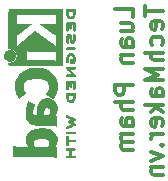
<source format=gbo>
G04 #@! TF.GenerationSoftware,KiCad,Pcbnew,(5.1.4)-1*
G04 #@! TF.CreationDate,2019-11-08T15:33:28+07:00*
G04 #@! TF.ProjectId,PowerForBreadboard,506f7765-7246-46f7-9242-72656164626f,rev?*
G04 #@! TF.SameCoordinates,Original*
G04 #@! TF.FileFunction,Legend,Bot*
G04 #@! TF.FilePolarity,Positive*
%FSLAX46Y46*%
G04 Gerber Fmt 4.6, Leading zero omitted, Abs format (unit mm)*
G04 Created by KiCad (PCBNEW (5.1.4)-1) date 2019-11-08 15:33:28*
%MOMM*%
%LPD*%
G04 APERTURE LIST*
%ADD10C,0.300000*%
%ADD11C,0.010000*%
G04 APERTURE END LIST*
D10*
X148501571Y-88388428D02*
X148501571Y-87674142D01*
X147001571Y-87674142D01*
X147501571Y-89531285D02*
X148501571Y-89531285D01*
X147501571Y-88888428D02*
X148287285Y-88888428D01*
X148430142Y-88959857D01*
X148501571Y-89102714D01*
X148501571Y-89317000D01*
X148430142Y-89459857D01*
X148358714Y-89531285D01*
X148501571Y-90888428D02*
X147715857Y-90888428D01*
X147573000Y-90817000D01*
X147501571Y-90674142D01*
X147501571Y-90388428D01*
X147573000Y-90245571D01*
X148430142Y-90888428D02*
X148501571Y-90745571D01*
X148501571Y-90388428D01*
X148430142Y-90245571D01*
X148287285Y-90174142D01*
X148144428Y-90174142D01*
X148001571Y-90245571D01*
X147930142Y-90388428D01*
X147930142Y-90745571D01*
X147858714Y-90888428D01*
X147501571Y-91602714D02*
X148501571Y-91602714D01*
X147644428Y-91602714D02*
X147573000Y-91674142D01*
X147501571Y-91817000D01*
X147501571Y-92031285D01*
X147573000Y-92174142D01*
X147715857Y-92245571D01*
X148501571Y-92245571D01*
X148501571Y-94102714D02*
X147001571Y-94102714D01*
X147001571Y-94674142D01*
X147073000Y-94817000D01*
X147144428Y-94888428D01*
X147287285Y-94959857D01*
X147501571Y-94959857D01*
X147644428Y-94888428D01*
X147715857Y-94817000D01*
X147787285Y-94674142D01*
X147787285Y-94102714D01*
X148501571Y-95602714D02*
X147001571Y-95602714D01*
X148501571Y-96245571D02*
X147715857Y-96245571D01*
X147573000Y-96174142D01*
X147501571Y-96031285D01*
X147501571Y-95817000D01*
X147573000Y-95674142D01*
X147644428Y-95602714D01*
X148501571Y-97602714D02*
X147715857Y-97602714D01*
X147573000Y-97531285D01*
X147501571Y-97388428D01*
X147501571Y-97102714D01*
X147573000Y-96959857D01*
X148430142Y-97602714D02*
X148501571Y-97459857D01*
X148501571Y-97102714D01*
X148430142Y-96959857D01*
X148287285Y-96888428D01*
X148144428Y-96888428D01*
X148001571Y-96959857D01*
X147930142Y-97102714D01*
X147930142Y-97459857D01*
X147858714Y-97602714D01*
X148501571Y-98317000D02*
X147501571Y-98317000D01*
X147644428Y-98317000D02*
X147573000Y-98388428D01*
X147501571Y-98531285D01*
X147501571Y-98745571D01*
X147573000Y-98888428D01*
X147715857Y-98959857D01*
X148501571Y-98959857D01*
X147715857Y-98959857D02*
X147573000Y-99031285D01*
X147501571Y-99174142D01*
X147501571Y-99388428D01*
X147573000Y-99531285D01*
X147715857Y-99602714D01*
X148501571Y-99602714D01*
X149551571Y-87459857D02*
X149551571Y-88317000D01*
X151051571Y-87888428D02*
X149551571Y-87888428D01*
X150980142Y-89388428D02*
X151051571Y-89245571D01*
X151051571Y-88959857D01*
X150980142Y-88817000D01*
X150837285Y-88745571D01*
X150265857Y-88745571D01*
X150123000Y-88817000D01*
X150051571Y-88959857D01*
X150051571Y-89245571D01*
X150123000Y-89388428D01*
X150265857Y-89459857D01*
X150408714Y-89459857D01*
X150551571Y-88745571D01*
X150980142Y-90745571D02*
X151051571Y-90602714D01*
X151051571Y-90317000D01*
X150980142Y-90174142D01*
X150908714Y-90102714D01*
X150765857Y-90031285D01*
X150337285Y-90031285D01*
X150194428Y-90102714D01*
X150123000Y-90174142D01*
X150051571Y-90317000D01*
X150051571Y-90602714D01*
X150123000Y-90745571D01*
X151051571Y-91388428D02*
X149551571Y-91388428D01*
X151051571Y-92031285D02*
X150265857Y-92031285D01*
X150123000Y-91959857D01*
X150051571Y-91817000D01*
X150051571Y-91602714D01*
X150123000Y-91459857D01*
X150194428Y-91388428D01*
X151051571Y-92745571D02*
X149551571Y-92745571D01*
X150623000Y-93245571D01*
X149551571Y-93745571D01*
X151051571Y-93745571D01*
X151051571Y-95102714D02*
X150265857Y-95102714D01*
X150123000Y-95031285D01*
X150051571Y-94888428D01*
X150051571Y-94602714D01*
X150123000Y-94459857D01*
X150980142Y-95102714D02*
X151051571Y-94959857D01*
X151051571Y-94602714D01*
X150980142Y-94459857D01*
X150837285Y-94388428D01*
X150694428Y-94388428D01*
X150551571Y-94459857D01*
X150480142Y-94602714D01*
X150480142Y-94959857D01*
X150408714Y-95102714D01*
X151051571Y-95817000D02*
X149551571Y-95817000D01*
X150480142Y-95959857D02*
X151051571Y-96388428D01*
X150051571Y-96388428D02*
X150623000Y-95817000D01*
X150980142Y-97602714D02*
X151051571Y-97459857D01*
X151051571Y-97174142D01*
X150980142Y-97031285D01*
X150837285Y-96959857D01*
X150265857Y-96959857D01*
X150123000Y-97031285D01*
X150051571Y-97174142D01*
X150051571Y-97459857D01*
X150123000Y-97602714D01*
X150265857Y-97674142D01*
X150408714Y-97674142D01*
X150551571Y-96959857D01*
X151051571Y-98317000D02*
X150051571Y-98317000D01*
X150337285Y-98317000D02*
X150194428Y-98388428D01*
X150123000Y-98459857D01*
X150051571Y-98602714D01*
X150051571Y-98745571D01*
X150908714Y-99245571D02*
X150980142Y-99317000D01*
X151051571Y-99245571D01*
X150980142Y-99174142D01*
X150908714Y-99245571D01*
X151051571Y-99245571D01*
X150051571Y-99817000D02*
X151051571Y-100174142D01*
X150051571Y-100531285D01*
X150051571Y-101102714D02*
X151051571Y-101102714D01*
X150194428Y-101102714D02*
X150123000Y-101174142D01*
X150051571Y-101317000D01*
X150051571Y-101531285D01*
X150123000Y-101674142D01*
X150265857Y-101745571D01*
X151051571Y-101745571D01*
D11*
G36*
X142863533Y-100208823D02*
G01*
X142885776Y-100240202D01*
X142913485Y-100267911D01*
X143222920Y-100267911D01*
X143314799Y-100267838D01*
X143386840Y-100267495D01*
X143441780Y-100266692D01*
X143482360Y-100265241D01*
X143511317Y-100262952D01*
X143531391Y-100259636D01*
X143545321Y-100255105D01*
X143555845Y-100249169D01*
X143562100Y-100244514D01*
X143586673Y-100213783D01*
X143589341Y-100178496D01*
X143574271Y-100146245D01*
X143565374Y-100135588D01*
X143553557Y-100128464D01*
X143534526Y-100124167D01*
X143503992Y-100121991D01*
X143457662Y-100121228D01*
X143421871Y-100121155D01*
X143287045Y-100121155D01*
X143287045Y-99624444D01*
X143409700Y-99624444D01*
X143465787Y-99623931D01*
X143504333Y-99621876D01*
X143530361Y-99617508D01*
X143548897Y-99610056D01*
X143562100Y-99601047D01*
X143586604Y-99570144D01*
X143589506Y-99535196D01*
X143572089Y-99501738D01*
X143562959Y-99492604D01*
X143550855Y-99486152D01*
X143532001Y-99481897D01*
X143502620Y-99479352D01*
X143458937Y-99478029D01*
X143397175Y-99477443D01*
X143383000Y-99477375D01*
X143266631Y-99476891D01*
X143170727Y-99476641D01*
X143093177Y-99476723D01*
X143031869Y-99477231D01*
X142984690Y-99478262D01*
X142949530Y-99479913D01*
X142924276Y-99482279D01*
X142906817Y-99485457D01*
X142895041Y-99489544D01*
X142886835Y-99494634D01*
X142880645Y-99500266D01*
X142860844Y-99532128D01*
X142863533Y-99565357D01*
X142885776Y-99596735D01*
X142900126Y-99609433D01*
X142915978Y-99617526D01*
X142938554Y-99622042D01*
X142973078Y-99624006D01*
X143024776Y-99624444D01*
X143140289Y-99624444D01*
X143140289Y-100121155D01*
X143021756Y-100121155D01*
X142967148Y-100121662D01*
X142930275Y-100123698D01*
X142906307Y-100128035D01*
X142890415Y-100135447D01*
X142880645Y-100143733D01*
X142860844Y-100175594D01*
X142863533Y-100208823D01*
X142863533Y-100208823D01*
G37*
X142863533Y-100208823D02*
X142885776Y-100240202D01*
X142913485Y-100267911D01*
X143222920Y-100267911D01*
X143314799Y-100267838D01*
X143386840Y-100267495D01*
X143441780Y-100266692D01*
X143482360Y-100265241D01*
X143511317Y-100262952D01*
X143531391Y-100259636D01*
X143545321Y-100255105D01*
X143555845Y-100249169D01*
X143562100Y-100244514D01*
X143586673Y-100213783D01*
X143589341Y-100178496D01*
X143574271Y-100146245D01*
X143565374Y-100135588D01*
X143553557Y-100128464D01*
X143534526Y-100124167D01*
X143503992Y-100121991D01*
X143457662Y-100121228D01*
X143421871Y-100121155D01*
X143287045Y-100121155D01*
X143287045Y-99624444D01*
X143409700Y-99624444D01*
X143465787Y-99623931D01*
X143504333Y-99621876D01*
X143530361Y-99617508D01*
X143548897Y-99610056D01*
X143562100Y-99601047D01*
X143586604Y-99570144D01*
X143589506Y-99535196D01*
X143572089Y-99501738D01*
X143562959Y-99492604D01*
X143550855Y-99486152D01*
X143532001Y-99481897D01*
X143502620Y-99479352D01*
X143458937Y-99478029D01*
X143397175Y-99477443D01*
X143383000Y-99477375D01*
X143266631Y-99476891D01*
X143170727Y-99476641D01*
X143093177Y-99476723D01*
X143031869Y-99477231D01*
X142984690Y-99478262D01*
X142949530Y-99479913D01*
X142924276Y-99482279D01*
X142906817Y-99485457D01*
X142895041Y-99489544D01*
X142886835Y-99494634D01*
X142880645Y-99500266D01*
X142860844Y-99532128D01*
X142863533Y-99565357D01*
X142885776Y-99596735D01*
X142900126Y-99609433D01*
X142915978Y-99617526D01*
X142938554Y-99622042D01*
X142973078Y-99624006D01*
X143024776Y-99624444D01*
X143140289Y-99624444D01*
X143140289Y-100121155D01*
X143021756Y-100121155D01*
X142967148Y-100121662D01*
X142930275Y-100123698D01*
X142906307Y-100128035D01*
X142890415Y-100135447D01*
X142880645Y-100143733D01*
X142860844Y-100175594D01*
X142863533Y-100208823D01*
G36*
X142858163Y-98943065D02*
G01*
X142858542Y-99021772D01*
X142859333Y-99082863D01*
X142860670Y-99128817D01*
X142862683Y-99162114D01*
X142865506Y-99185236D01*
X142869269Y-99200662D01*
X142874105Y-99210871D01*
X142877822Y-99215813D01*
X142910358Y-99241457D01*
X142944138Y-99244559D01*
X142974826Y-99228711D01*
X142987089Y-99218348D01*
X142995450Y-99207196D01*
X143000657Y-99191035D01*
X143003457Y-99165642D01*
X143004596Y-99126798D01*
X143004821Y-99070280D01*
X143004822Y-99059180D01*
X143004822Y-98913244D01*
X143275756Y-98913244D01*
X143361154Y-98913148D01*
X143426864Y-98912711D01*
X143475774Y-98911712D01*
X143510773Y-98909928D01*
X143534749Y-98907137D01*
X143550593Y-98903117D01*
X143561191Y-98897645D01*
X143569267Y-98890666D01*
X143589112Y-98857734D01*
X143587548Y-98823354D01*
X143564906Y-98792176D01*
X143562100Y-98789886D01*
X143551492Y-98782429D01*
X143539081Y-98776747D01*
X143521850Y-98772601D01*
X143496784Y-98769750D01*
X143460867Y-98767954D01*
X143411083Y-98766972D01*
X143344417Y-98766564D01*
X143268589Y-98766489D01*
X143004822Y-98766489D01*
X143004822Y-98627127D01*
X143004418Y-98567322D01*
X143002840Y-98525918D01*
X142999547Y-98498748D01*
X142993992Y-98481646D01*
X142985631Y-98470443D01*
X142984178Y-98469083D01*
X142950939Y-98452725D01*
X142913362Y-98454172D01*
X142880645Y-98472978D01*
X142874298Y-98480250D01*
X142869266Y-98489627D01*
X142865396Y-98503609D01*
X142862537Y-98524696D01*
X142860535Y-98555389D01*
X142859239Y-98598189D01*
X142858498Y-98655595D01*
X142858158Y-98730110D01*
X142858068Y-98824233D01*
X142858067Y-98844260D01*
X142858163Y-98943065D01*
X142858163Y-98943065D01*
G37*
X142858163Y-98943065D02*
X142858542Y-99021772D01*
X142859333Y-99082863D01*
X142860670Y-99128817D01*
X142862683Y-99162114D01*
X142865506Y-99185236D01*
X142869269Y-99200662D01*
X142874105Y-99210871D01*
X142877822Y-99215813D01*
X142910358Y-99241457D01*
X142944138Y-99244559D01*
X142974826Y-99228711D01*
X142987089Y-99218348D01*
X142995450Y-99207196D01*
X143000657Y-99191035D01*
X143003457Y-99165642D01*
X143004596Y-99126798D01*
X143004821Y-99070280D01*
X143004822Y-99059180D01*
X143004822Y-98913244D01*
X143275756Y-98913244D01*
X143361154Y-98913148D01*
X143426864Y-98912711D01*
X143475774Y-98911712D01*
X143510773Y-98909928D01*
X143534749Y-98907137D01*
X143550593Y-98903117D01*
X143561191Y-98897645D01*
X143569267Y-98890666D01*
X143589112Y-98857734D01*
X143587548Y-98823354D01*
X143564906Y-98792176D01*
X143562100Y-98789886D01*
X143551492Y-98782429D01*
X143539081Y-98776747D01*
X143521850Y-98772601D01*
X143496784Y-98769750D01*
X143460867Y-98767954D01*
X143411083Y-98766972D01*
X143344417Y-98766564D01*
X143268589Y-98766489D01*
X143004822Y-98766489D01*
X143004822Y-98627127D01*
X143004418Y-98567322D01*
X143002840Y-98525918D01*
X142999547Y-98498748D01*
X142993992Y-98481646D01*
X142985631Y-98470443D01*
X142984178Y-98469083D01*
X142950939Y-98452725D01*
X142913362Y-98454172D01*
X142880645Y-98472978D01*
X142874298Y-98480250D01*
X142869266Y-98489627D01*
X142865396Y-98503609D01*
X142862537Y-98524696D01*
X142860535Y-98555389D01*
X142859239Y-98598189D01*
X142858498Y-98655595D01*
X142858158Y-98730110D01*
X142858068Y-98824233D01*
X142858067Y-98844260D01*
X142858163Y-98943065D01*
G36*
X142864877Y-98168614D02*
G01*
X142879647Y-98192327D01*
X142901227Y-98218978D01*
X143222773Y-98218978D01*
X143316830Y-98218893D01*
X143390932Y-98218529D01*
X143447704Y-98217724D01*
X143489768Y-98216313D01*
X143519748Y-98214133D01*
X143540267Y-98211021D01*
X143553949Y-98206814D01*
X143563416Y-98201348D01*
X143568082Y-98197472D01*
X143588575Y-98166034D01*
X143587739Y-98130233D01*
X143570264Y-98098873D01*
X143548684Y-98072222D01*
X142901227Y-98072222D01*
X142879647Y-98098873D01*
X142863949Y-98124594D01*
X142858067Y-98145600D01*
X142864877Y-98168614D01*
X142864877Y-98168614D01*
G37*
X142864877Y-98168614D02*
X142879647Y-98192327D01*
X142901227Y-98218978D01*
X143222773Y-98218978D01*
X143316830Y-98218893D01*
X143390932Y-98218529D01*
X143447704Y-98217724D01*
X143489768Y-98216313D01*
X143519748Y-98214133D01*
X143540267Y-98211021D01*
X143553949Y-98206814D01*
X143563416Y-98201348D01*
X143568082Y-98197472D01*
X143588575Y-98166034D01*
X143587739Y-98130233D01*
X143570264Y-98098873D01*
X143548684Y-98072222D01*
X142901227Y-98072222D01*
X142879647Y-98098873D01*
X142863949Y-98124594D01*
X142858067Y-98145600D01*
X142864877Y-98168614D01*
G36*
X142860034Y-97724665D02*
G01*
X142867035Y-97744255D01*
X142867377Y-97745010D01*
X142887678Y-97771613D01*
X142908561Y-97786270D01*
X142918352Y-97789138D01*
X142931361Y-97788996D01*
X142949895Y-97784961D01*
X142976257Y-97776146D01*
X143012752Y-97761669D01*
X143061687Y-97740645D01*
X143125365Y-97712188D01*
X143206093Y-97675415D01*
X143250216Y-97655175D01*
X143328985Y-97618625D01*
X143401423Y-97584315D01*
X143464880Y-97553552D01*
X143516708Y-97527648D01*
X143554259Y-97507910D01*
X143574884Y-97495650D01*
X143577733Y-97493224D01*
X143590302Y-97462183D01*
X143588619Y-97427121D01*
X143573332Y-97399000D01*
X143572089Y-97397854D01*
X143555154Y-97386668D01*
X143522170Y-97367904D01*
X143477380Y-97343875D01*
X143425032Y-97316897D01*
X143405742Y-97307201D01*
X143259150Y-97234014D01*
X143418393Y-97154240D01*
X143473415Y-97125767D01*
X143521132Y-97099350D01*
X143557893Y-97077148D01*
X143580044Y-97061319D01*
X143584741Y-97055954D01*
X143591102Y-97014257D01*
X143577733Y-96979849D01*
X143563446Y-96969728D01*
X143531692Y-96952214D01*
X143485597Y-96928735D01*
X143428285Y-96900720D01*
X143362880Y-96869599D01*
X143292507Y-96836799D01*
X143220291Y-96803750D01*
X143149355Y-96771881D01*
X143082825Y-96742619D01*
X143023826Y-96717395D01*
X142975481Y-96697636D01*
X142940915Y-96684772D01*
X142923253Y-96680231D01*
X142922613Y-96680277D01*
X142900388Y-96691326D01*
X142877753Y-96713410D01*
X142876768Y-96714710D01*
X142861425Y-96741853D01*
X142861574Y-96766958D01*
X142864466Y-96776368D01*
X142870718Y-96787834D01*
X142883014Y-96800010D01*
X142903908Y-96814357D01*
X142935949Y-96832336D01*
X142981688Y-96855407D01*
X143043677Y-96885030D01*
X143100898Y-96911745D01*
X143167226Y-96942480D01*
X143226874Y-96970021D01*
X143276725Y-96992938D01*
X143313664Y-97009798D01*
X143334573Y-97019173D01*
X143337845Y-97020540D01*
X143332497Y-97026689D01*
X143310109Y-97040822D01*
X143273946Y-97061057D01*
X143227277Y-97085515D01*
X143208022Y-97095248D01*
X143143004Y-97128217D01*
X143095654Y-97153643D01*
X143063219Y-97173612D01*
X143042946Y-97190210D01*
X143032082Y-97205524D01*
X143027875Y-97221640D01*
X143027400Y-97232143D01*
X143029042Y-97250670D01*
X143035831Y-97266904D01*
X143050566Y-97283035D01*
X143076044Y-97301251D01*
X143115061Y-97323739D01*
X143170414Y-97352689D01*
X143201903Y-97368662D01*
X143252087Y-97394570D01*
X143293704Y-97417167D01*
X143323242Y-97434458D01*
X143337189Y-97444450D01*
X143337770Y-97445809D01*
X143326793Y-97452261D01*
X143298290Y-97466708D01*
X143255244Y-97487703D01*
X143200638Y-97513797D01*
X143137454Y-97543546D01*
X143106071Y-97558180D01*
X143025078Y-97596250D01*
X142962756Y-97626905D01*
X142917071Y-97651737D01*
X142885989Y-97672337D01*
X142867478Y-97690298D01*
X142859504Y-97707210D01*
X142860034Y-97724665D01*
X142860034Y-97724665D01*
G37*
X142860034Y-97724665D02*
X142867035Y-97744255D01*
X142867377Y-97745010D01*
X142887678Y-97771613D01*
X142908561Y-97786270D01*
X142918352Y-97789138D01*
X142931361Y-97788996D01*
X142949895Y-97784961D01*
X142976257Y-97776146D01*
X143012752Y-97761669D01*
X143061687Y-97740645D01*
X143125365Y-97712188D01*
X143206093Y-97675415D01*
X143250216Y-97655175D01*
X143328985Y-97618625D01*
X143401423Y-97584315D01*
X143464880Y-97553552D01*
X143516708Y-97527648D01*
X143554259Y-97507910D01*
X143574884Y-97495650D01*
X143577733Y-97493224D01*
X143590302Y-97462183D01*
X143588619Y-97427121D01*
X143573332Y-97399000D01*
X143572089Y-97397854D01*
X143555154Y-97386668D01*
X143522170Y-97367904D01*
X143477380Y-97343875D01*
X143425032Y-97316897D01*
X143405742Y-97307201D01*
X143259150Y-97234014D01*
X143418393Y-97154240D01*
X143473415Y-97125767D01*
X143521132Y-97099350D01*
X143557893Y-97077148D01*
X143580044Y-97061319D01*
X143584741Y-97055954D01*
X143591102Y-97014257D01*
X143577733Y-96979849D01*
X143563446Y-96969728D01*
X143531692Y-96952214D01*
X143485597Y-96928735D01*
X143428285Y-96900720D01*
X143362880Y-96869599D01*
X143292507Y-96836799D01*
X143220291Y-96803750D01*
X143149355Y-96771881D01*
X143082825Y-96742619D01*
X143023826Y-96717395D01*
X142975481Y-96697636D01*
X142940915Y-96684772D01*
X142923253Y-96680231D01*
X142922613Y-96680277D01*
X142900388Y-96691326D01*
X142877753Y-96713410D01*
X142876768Y-96714710D01*
X142861425Y-96741853D01*
X142861574Y-96766958D01*
X142864466Y-96776368D01*
X142870718Y-96787834D01*
X142883014Y-96800010D01*
X142903908Y-96814357D01*
X142935949Y-96832336D01*
X142981688Y-96855407D01*
X143043677Y-96885030D01*
X143100898Y-96911745D01*
X143167226Y-96942480D01*
X143226874Y-96970021D01*
X143276725Y-96992938D01*
X143313664Y-97009798D01*
X143334573Y-97019173D01*
X143337845Y-97020540D01*
X143332497Y-97026689D01*
X143310109Y-97040822D01*
X143273946Y-97061057D01*
X143227277Y-97085515D01*
X143208022Y-97095248D01*
X143143004Y-97128217D01*
X143095654Y-97153643D01*
X143063219Y-97173612D01*
X143042946Y-97190210D01*
X143032082Y-97205524D01*
X143027875Y-97221640D01*
X143027400Y-97232143D01*
X143029042Y-97250670D01*
X143035831Y-97266904D01*
X143050566Y-97283035D01*
X143076044Y-97301251D01*
X143115061Y-97323739D01*
X143170414Y-97352689D01*
X143201903Y-97368662D01*
X143252087Y-97394570D01*
X143293704Y-97417167D01*
X143323242Y-97434458D01*
X143337189Y-97444450D01*
X143337770Y-97445809D01*
X143326793Y-97452261D01*
X143298290Y-97466708D01*
X143255244Y-97487703D01*
X143200638Y-97513797D01*
X143137454Y-97543546D01*
X143106071Y-97558180D01*
X143025078Y-97596250D01*
X142962756Y-97626905D01*
X142917071Y-97651737D01*
X142885989Y-97672337D01*
X142867478Y-97690298D01*
X142859504Y-97707210D01*
X142860034Y-97724665D01*
G36*
X142858275Y-94998309D02*
G01*
X142862636Y-95127288D01*
X142875861Y-95236991D01*
X142898741Y-95329226D01*
X142932070Y-95405802D01*
X142976638Y-95468527D01*
X143033236Y-95519212D01*
X143102658Y-95559663D01*
X143104351Y-95560459D01*
X143166483Y-95584601D01*
X143221509Y-95593203D01*
X143276887Y-95586231D01*
X143340073Y-95563654D01*
X143349689Y-95559372D01*
X143405966Y-95530172D01*
X143449451Y-95497356D01*
X143486417Y-95455002D01*
X143523135Y-95397190D01*
X143525052Y-95393831D01*
X143549227Y-95343504D01*
X143567282Y-95286621D01*
X143579839Y-95219527D01*
X143587522Y-95138565D01*
X143590953Y-95040082D01*
X143591251Y-95005286D01*
X143591845Y-94839594D01*
X143562100Y-94816197D01*
X143552319Y-94809257D01*
X143540897Y-94803842D01*
X143525095Y-94799765D01*
X143502175Y-94796837D01*
X143469396Y-94794867D01*
X143445089Y-94794225D01*
X143445089Y-94950844D01*
X143445089Y-95044726D01*
X143443483Y-95099664D01*
X143439255Y-95156060D01*
X143433292Y-95202345D01*
X143432790Y-95205139D01*
X143410736Y-95287348D01*
X143377600Y-95351114D01*
X143331847Y-95398452D01*
X143271939Y-95431382D01*
X143256061Y-95437108D01*
X143231333Y-95442721D01*
X143206902Y-95440291D01*
X143174400Y-95428467D01*
X143158434Y-95421340D01*
X143116006Y-95398000D01*
X143086240Y-95369880D01*
X143065511Y-95338940D01*
X143038537Y-95276966D01*
X143018998Y-95197651D01*
X143007746Y-95105253D01*
X143005270Y-95038333D01*
X143004822Y-94950844D01*
X143445089Y-94950844D01*
X143445089Y-94794225D01*
X143424021Y-94793668D01*
X143363311Y-94793050D01*
X143284526Y-94792825D01*
X143222920Y-94792800D01*
X142913485Y-94792800D01*
X142885776Y-94820509D01*
X142874544Y-94832806D01*
X142866853Y-94846103D01*
X142862040Y-94864672D01*
X142859446Y-94892786D01*
X142858410Y-94934717D01*
X142858270Y-94994737D01*
X142858275Y-94998309D01*
X142858275Y-94998309D01*
G37*
X142858275Y-94998309D02*
X142862636Y-95127288D01*
X142875861Y-95236991D01*
X142898741Y-95329226D01*
X142932070Y-95405802D01*
X142976638Y-95468527D01*
X143033236Y-95519212D01*
X143102658Y-95559663D01*
X143104351Y-95560459D01*
X143166483Y-95584601D01*
X143221509Y-95593203D01*
X143276887Y-95586231D01*
X143340073Y-95563654D01*
X143349689Y-95559372D01*
X143405966Y-95530172D01*
X143449451Y-95497356D01*
X143486417Y-95455002D01*
X143523135Y-95397190D01*
X143525052Y-95393831D01*
X143549227Y-95343504D01*
X143567282Y-95286621D01*
X143579839Y-95219527D01*
X143587522Y-95138565D01*
X143590953Y-95040082D01*
X143591251Y-95005286D01*
X143591845Y-94839594D01*
X143562100Y-94816197D01*
X143552319Y-94809257D01*
X143540897Y-94803842D01*
X143525095Y-94799765D01*
X143502175Y-94796837D01*
X143469396Y-94794867D01*
X143445089Y-94794225D01*
X143445089Y-94950844D01*
X143445089Y-95044726D01*
X143443483Y-95099664D01*
X143439255Y-95156060D01*
X143433292Y-95202345D01*
X143432790Y-95205139D01*
X143410736Y-95287348D01*
X143377600Y-95351114D01*
X143331847Y-95398452D01*
X143271939Y-95431382D01*
X143256061Y-95437108D01*
X143231333Y-95442721D01*
X143206902Y-95440291D01*
X143174400Y-95428467D01*
X143158434Y-95421340D01*
X143116006Y-95398000D01*
X143086240Y-95369880D01*
X143065511Y-95338940D01*
X143038537Y-95276966D01*
X143018998Y-95197651D01*
X143007746Y-95105253D01*
X143005270Y-95038333D01*
X143004822Y-94950844D01*
X143445089Y-94950844D01*
X143445089Y-94794225D01*
X143424021Y-94793668D01*
X143363311Y-94793050D01*
X143284526Y-94792825D01*
X143222920Y-94792800D01*
X142913485Y-94792800D01*
X142885776Y-94820509D01*
X142874544Y-94832806D01*
X142866853Y-94846103D01*
X142862040Y-94864672D01*
X142859446Y-94892786D01*
X142858410Y-94934717D01*
X142858270Y-94994737D01*
X142858275Y-94998309D01*
G36*
X142858260Y-94210343D02*
G01*
X142859174Y-94286701D01*
X142861311Y-94345217D01*
X142865175Y-94388255D01*
X142871267Y-94418183D01*
X142880090Y-94437368D01*
X142892146Y-94448176D01*
X142907939Y-94452973D01*
X142927970Y-94454127D01*
X142930335Y-94454133D01*
X142952992Y-94453131D01*
X142970503Y-94448396D01*
X142983574Y-94437333D01*
X142992913Y-94417348D01*
X142999227Y-94385846D01*
X143003222Y-94340232D01*
X143005606Y-94277913D01*
X143007086Y-94196293D01*
X143007414Y-94171277D01*
X143010467Y-93929200D01*
X143075378Y-93925814D01*
X143140289Y-93922429D01*
X143140289Y-94090576D01*
X143140531Y-94156266D01*
X143141556Y-94203172D01*
X143143811Y-94235083D01*
X143147742Y-94255791D01*
X143153798Y-94269084D01*
X143162424Y-94278755D01*
X143162493Y-94278817D01*
X143196112Y-94296356D01*
X143232448Y-94295722D01*
X143263423Y-94277314D01*
X143266607Y-94273671D01*
X143274812Y-94260741D01*
X143280521Y-94243024D01*
X143284162Y-94216570D01*
X143286167Y-94177432D01*
X143286964Y-94121662D01*
X143287045Y-94085994D01*
X143287045Y-93923555D01*
X143445089Y-93923555D01*
X143445089Y-94170161D01*
X143445231Y-94251580D01*
X143445814Y-94313410D01*
X143447068Y-94358637D01*
X143449227Y-94390248D01*
X143452523Y-94411231D01*
X143457189Y-94424573D01*
X143463457Y-94433261D01*
X143465733Y-94435450D01*
X143497280Y-94451614D01*
X143533168Y-94452797D01*
X143564285Y-94439536D01*
X143574271Y-94429043D01*
X143579769Y-94418129D01*
X143584022Y-94401217D01*
X143587180Y-94375633D01*
X143589392Y-94338701D01*
X143590806Y-94287746D01*
X143591572Y-94220094D01*
X143591838Y-94133069D01*
X143591845Y-94113394D01*
X143591787Y-94024911D01*
X143591467Y-93956227D01*
X143590667Y-93904564D01*
X143589167Y-93867145D01*
X143586749Y-93841190D01*
X143583194Y-93823922D01*
X143578282Y-93812562D01*
X143571795Y-93804332D01*
X143567138Y-93799817D01*
X143558889Y-93793021D01*
X143548669Y-93787712D01*
X143533800Y-93783706D01*
X143511602Y-93780821D01*
X143479393Y-93778874D01*
X143434496Y-93777681D01*
X143374228Y-93777061D01*
X143295911Y-93776829D01*
X143229994Y-93776800D01*
X143137628Y-93776871D01*
X143065117Y-93777208D01*
X143009737Y-93777998D01*
X142968765Y-93779426D01*
X142939478Y-93781679D01*
X142919153Y-93784943D01*
X142905066Y-93789404D01*
X142894495Y-93795248D01*
X142887811Y-93800197D01*
X142858067Y-93823594D01*
X142858067Y-94113774D01*
X142858260Y-94210343D01*
X142858260Y-94210343D01*
G37*
X142858260Y-94210343D02*
X142859174Y-94286701D01*
X142861311Y-94345217D01*
X142865175Y-94388255D01*
X142871267Y-94418183D01*
X142880090Y-94437368D01*
X142892146Y-94448176D01*
X142907939Y-94452973D01*
X142927970Y-94454127D01*
X142930335Y-94454133D01*
X142952992Y-94453131D01*
X142970503Y-94448396D01*
X142983574Y-94437333D01*
X142992913Y-94417348D01*
X142999227Y-94385846D01*
X143003222Y-94340232D01*
X143005606Y-94277913D01*
X143007086Y-94196293D01*
X143007414Y-94171277D01*
X143010467Y-93929200D01*
X143075378Y-93925814D01*
X143140289Y-93922429D01*
X143140289Y-94090576D01*
X143140531Y-94156266D01*
X143141556Y-94203172D01*
X143143811Y-94235083D01*
X143147742Y-94255791D01*
X143153798Y-94269084D01*
X143162424Y-94278755D01*
X143162493Y-94278817D01*
X143196112Y-94296356D01*
X143232448Y-94295722D01*
X143263423Y-94277314D01*
X143266607Y-94273671D01*
X143274812Y-94260741D01*
X143280521Y-94243024D01*
X143284162Y-94216570D01*
X143286167Y-94177432D01*
X143286964Y-94121662D01*
X143287045Y-94085994D01*
X143287045Y-93923555D01*
X143445089Y-93923555D01*
X143445089Y-94170161D01*
X143445231Y-94251580D01*
X143445814Y-94313410D01*
X143447068Y-94358637D01*
X143449227Y-94390248D01*
X143452523Y-94411231D01*
X143457189Y-94424573D01*
X143463457Y-94433261D01*
X143465733Y-94435450D01*
X143497280Y-94451614D01*
X143533168Y-94452797D01*
X143564285Y-94439536D01*
X143574271Y-94429043D01*
X143579769Y-94418129D01*
X143584022Y-94401217D01*
X143587180Y-94375633D01*
X143589392Y-94338701D01*
X143590806Y-94287746D01*
X143591572Y-94220094D01*
X143591838Y-94133069D01*
X143591845Y-94113394D01*
X143591787Y-94024911D01*
X143591467Y-93956227D01*
X143590667Y-93904564D01*
X143589167Y-93867145D01*
X143586749Y-93841190D01*
X143583194Y-93823922D01*
X143578282Y-93812562D01*
X143571795Y-93804332D01*
X143567138Y-93799817D01*
X143558889Y-93793021D01*
X143548669Y-93787712D01*
X143533800Y-93783706D01*
X143511602Y-93780821D01*
X143479393Y-93778874D01*
X143434496Y-93777681D01*
X143374228Y-93777061D01*
X143295911Y-93776829D01*
X143229994Y-93776800D01*
X143137628Y-93776871D01*
X143065117Y-93777208D01*
X143009737Y-93777998D01*
X142968765Y-93779426D01*
X142939478Y-93781679D01*
X142919153Y-93784943D01*
X142905066Y-93789404D01*
X142894495Y-93795248D01*
X142887811Y-93800197D01*
X142858067Y-93823594D01*
X142858067Y-94113774D01*
X142858260Y-94210343D01*
G36*
X142862448Y-92679886D02*
G01*
X142876273Y-92703452D01*
X142898881Y-92734265D01*
X142931338Y-92773922D01*
X142974708Y-92824020D01*
X143030058Y-92886157D01*
X143098451Y-92961928D01*
X143177084Y-93048666D01*
X143340878Y-93229289D01*
X143121029Y-93234933D01*
X143045351Y-93236971D01*
X142988994Y-93238937D01*
X142948706Y-93241266D01*
X142921235Y-93244394D01*
X142903329Y-93248755D01*
X142891737Y-93254784D01*
X142883208Y-93262916D01*
X142879623Y-93267228D01*
X142860670Y-93301759D01*
X142863441Y-93334617D01*
X142879633Y-93360682D01*
X142901199Y-93387333D01*
X143216151Y-93390648D01*
X143308779Y-93391565D01*
X143381544Y-93392032D01*
X143437161Y-93391887D01*
X143478342Y-93390968D01*
X143507803Y-93389113D01*
X143528255Y-93386161D01*
X143542413Y-93381950D01*
X143552991Y-93376318D01*
X143561474Y-93370073D01*
X143577207Y-93356561D01*
X143587636Y-93343117D01*
X143591639Y-93327876D01*
X143588094Y-93308974D01*
X143575879Y-93284545D01*
X143553871Y-93252727D01*
X143520949Y-93211652D01*
X143475991Y-93159458D01*
X143417875Y-93094278D01*
X143351099Y-93020444D01*
X143110458Y-92755155D01*
X143329589Y-92749511D01*
X143405128Y-92747469D01*
X143461354Y-92745498D01*
X143501524Y-92743161D01*
X143528896Y-92740019D01*
X143546728Y-92735636D01*
X143558279Y-92729576D01*
X143566807Y-92721400D01*
X143570282Y-92717216D01*
X143589372Y-92680235D01*
X143586493Y-92645292D01*
X143562100Y-92614864D01*
X143552286Y-92607903D01*
X143540826Y-92602477D01*
X143524968Y-92598397D01*
X143501963Y-92595471D01*
X143469062Y-92593508D01*
X143423516Y-92592317D01*
X143362573Y-92591708D01*
X143283486Y-92591489D01*
X143224956Y-92591466D01*
X143133407Y-92591540D01*
X143061687Y-92591887D01*
X143007045Y-92592699D01*
X142966732Y-92594167D01*
X142937998Y-92596481D01*
X142918093Y-92599833D01*
X142904268Y-92604412D01*
X142893772Y-92610411D01*
X142887811Y-92614864D01*
X142873691Y-92626150D01*
X142863029Y-92636699D01*
X142856892Y-92648107D01*
X142856343Y-92661970D01*
X142862448Y-92679886D01*
X142862448Y-92679886D01*
G37*
X142862448Y-92679886D02*
X142876273Y-92703452D01*
X142898881Y-92734265D01*
X142931338Y-92773922D01*
X142974708Y-92824020D01*
X143030058Y-92886157D01*
X143098451Y-92961928D01*
X143177084Y-93048666D01*
X143340878Y-93229289D01*
X143121029Y-93234933D01*
X143045351Y-93236971D01*
X142988994Y-93238937D01*
X142948706Y-93241266D01*
X142921235Y-93244394D01*
X142903329Y-93248755D01*
X142891737Y-93254784D01*
X142883208Y-93262916D01*
X142879623Y-93267228D01*
X142860670Y-93301759D01*
X142863441Y-93334617D01*
X142879633Y-93360682D01*
X142901199Y-93387333D01*
X143216151Y-93390648D01*
X143308779Y-93391565D01*
X143381544Y-93392032D01*
X143437161Y-93391887D01*
X143478342Y-93390968D01*
X143507803Y-93389113D01*
X143528255Y-93386161D01*
X143542413Y-93381950D01*
X143552991Y-93376318D01*
X143561474Y-93370073D01*
X143577207Y-93356561D01*
X143587636Y-93343117D01*
X143591639Y-93327876D01*
X143588094Y-93308974D01*
X143575879Y-93284545D01*
X143553871Y-93252727D01*
X143520949Y-93211652D01*
X143475991Y-93159458D01*
X143417875Y-93094278D01*
X143351099Y-93020444D01*
X143110458Y-92755155D01*
X143329589Y-92749511D01*
X143405128Y-92747469D01*
X143461354Y-92745498D01*
X143501524Y-92743161D01*
X143528896Y-92740019D01*
X143546728Y-92735636D01*
X143558279Y-92729576D01*
X143566807Y-92721400D01*
X143570282Y-92717216D01*
X143589372Y-92680235D01*
X143586493Y-92645292D01*
X143562100Y-92614864D01*
X143552286Y-92607903D01*
X143540826Y-92602477D01*
X143524968Y-92598397D01*
X143501963Y-92595471D01*
X143469062Y-92593508D01*
X143423516Y-92592317D01*
X143362573Y-92591708D01*
X143283486Y-92591489D01*
X143224956Y-92591466D01*
X143133407Y-92591540D01*
X143061687Y-92591887D01*
X143007045Y-92592699D01*
X142966732Y-92594167D01*
X142937998Y-92596481D01*
X142918093Y-92599833D01*
X142904268Y-92604412D01*
X142893772Y-92610411D01*
X142887811Y-92614864D01*
X142873691Y-92626150D01*
X142863029Y-92636699D01*
X142856892Y-92648107D01*
X142856343Y-92661970D01*
X142862448Y-92679886D01*
G36*
X142863599Y-92029919D02*
G01*
X142875095Y-92098435D01*
X142892967Y-92151057D01*
X142916499Y-92185292D01*
X142929924Y-92194621D01*
X142961148Y-92204107D01*
X142989395Y-92197723D01*
X143016182Y-92177570D01*
X143028713Y-92146255D01*
X143027696Y-92100817D01*
X143020906Y-92065674D01*
X143007971Y-91987581D01*
X143006742Y-91907774D01*
X143017241Y-91818445D01*
X143021690Y-91793771D01*
X143045108Y-91710709D01*
X143079945Y-91645727D01*
X143125604Y-91599539D01*
X143181494Y-91572855D01*
X143210388Y-91567337D01*
X143269012Y-91570949D01*
X143320879Y-91594271D01*
X143364978Y-91635176D01*
X143400299Y-91691541D01*
X143425829Y-91761240D01*
X143440559Y-91842148D01*
X143443478Y-91932140D01*
X143433575Y-92029090D01*
X143432641Y-92034564D01*
X143425459Y-92073125D01*
X143418521Y-92094506D01*
X143408227Y-92103773D01*
X143390976Y-92105994D01*
X143381841Y-92106044D01*
X143343489Y-92106044D01*
X143343489Y-92037569D01*
X143339347Y-91977100D01*
X143326147Y-91935835D01*
X143302730Y-91911825D01*
X143267936Y-91903123D01*
X143263394Y-91903017D01*
X143233654Y-91908108D01*
X143212419Y-91925567D01*
X143198366Y-91958061D01*
X143190173Y-92008257D01*
X143187161Y-92056877D01*
X143185433Y-92127544D01*
X143188070Y-92178802D01*
X143197800Y-92213761D01*
X143217353Y-92235530D01*
X143249456Y-92247220D01*
X143296838Y-92251940D01*
X143359071Y-92252800D01*
X143428535Y-92251391D01*
X143475786Y-92247152D01*
X143501012Y-92240064D01*
X143502988Y-92238689D01*
X143534508Y-92199772D01*
X143559470Y-92142714D01*
X143577340Y-92071131D01*
X143587586Y-91988642D01*
X143589673Y-91898861D01*
X143583068Y-91805408D01*
X143574956Y-91750444D01*
X143550554Y-91664234D01*
X143510662Y-91584108D01*
X143458887Y-91517023D01*
X143448539Y-91506827D01*
X143405035Y-91473698D01*
X143351118Y-91443806D01*
X143294592Y-91420643D01*
X143243259Y-91407702D01*
X143223544Y-91406142D01*
X143182419Y-91412782D01*
X143131252Y-91430432D01*
X143077394Y-91455703D01*
X143028195Y-91485211D01*
X142995334Y-91511281D01*
X142946452Y-91572235D01*
X142907545Y-91651031D01*
X142879494Y-91744843D01*
X142863179Y-91850850D01*
X142859192Y-91948000D01*
X142863599Y-92029919D01*
X142863599Y-92029919D01*
G37*
X142863599Y-92029919D02*
X142875095Y-92098435D01*
X142892967Y-92151057D01*
X142916499Y-92185292D01*
X142929924Y-92194621D01*
X142961148Y-92204107D01*
X142989395Y-92197723D01*
X143016182Y-92177570D01*
X143028713Y-92146255D01*
X143027696Y-92100817D01*
X143020906Y-92065674D01*
X143007971Y-91987581D01*
X143006742Y-91907774D01*
X143017241Y-91818445D01*
X143021690Y-91793771D01*
X143045108Y-91710709D01*
X143079945Y-91645727D01*
X143125604Y-91599539D01*
X143181494Y-91572855D01*
X143210388Y-91567337D01*
X143269012Y-91570949D01*
X143320879Y-91594271D01*
X143364978Y-91635176D01*
X143400299Y-91691541D01*
X143425829Y-91761240D01*
X143440559Y-91842148D01*
X143443478Y-91932140D01*
X143433575Y-92029090D01*
X143432641Y-92034564D01*
X143425459Y-92073125D01*
X143418521Y-92094506D01*
X143408227Y-92103773D01*
X143390976Y-92105994D01*
X143381841Y-92106044D01*
X143343489Y-92106044D01*
X143343489Y-92037569D01*
X143339347Y-91977100D01*
X143326147Y-91935835D01*
X143302730Y-91911825D01*
X143267936Y-91903123D01*
X143263394Y-91903017D01*
X143233654Y-91908108D01*
X143212419Y-91925567D01*
X143198366Y-91958061D01*
X143190173Y-92008257D01*
X143187161Y-92056877D01*
X143185433Y-92127544D01*
X143188070Y-92178802D01*
X143197800Y-92213761D01*
X143217353Y-92235530D01*
X143249456Y-92247220D01*
X143296838Y-92251940D01*
X143359071Y-92252800D01*
X143428535Y-92251391D01*
X143475786Y-92247152D01*
X143501012Y-92240064D01*
X143502988Y-92238689D01*
X143534508Y-92199772D01*
X143559470Y-92142714D01*
X143577340Y-92071131D01*
X143587586Y-91988642D01*
X143589673Y-91898861D01*
X143583068Y-91805408D01*
X143574956Y-91750444D01*
X143550554Y-91664234D01*
X143510662Y-91584108D01*
X143458887Y-91517023D01*
X143448539Y-91506827D01*
X143405035Y-91473698D01*
X143351118Y-91443806D01*
X143294592Y-91420643D01*
X143243259Y-91407702D01*
X143223544Y-91406142D01*
X143182419Y-91412782D01*
X143131252Y-91430432D01*
X143077394Y-91455703D01*
X143028195Y-91485211D01*
X142995334Y-91511281D01*
X142946452Y-91572235D01*
X142907545Y-91651031D01*
X142879494Y-91744843D01*
X142863179Y-91850850D01*
X142859192Y-91948000D01*
X142863599Y-92029919D01*
G36*
X142880645Y-91056178D02*
G01*
X142888218Y-91062758D01*
X142897987Y-91067921D01*
X142912571Y-91071836D01*
X142934585Y-91074676D01*
X142966648Y-91076613D01*
X143011375Y-91077817D01*
X143071385Y-91078461D01*
X143149294Y-91078716D01*
X143224956Y-91078755D01*
X143318802Y-91078686D01*
X143392689Y-91078362D01*
X143449232Y-91077614D01*
X143491049Y-91076268D01*
X143520757Y-91074154D01*
X143540973Y-91071100D01*
X143554314Y-91066934D01*
X143563398Y-91061484D01*
X143569267Y-91056178D01*
X143588947Y-91023174D01*
X143587181Y-90988009D01*
X143565717Y-90956545D01*
X143557337Y-90949316D01*
X143547614Y-90943666D01*
X143533861Y-90939401D01*
X143513389Y-90936327D01*
X143483512Y-90934248D01*
X143441541Y-90932970D01*
X143384789Y-90932299D01*
X143310567Y-90932041D01*
X143226537Y-90932000D01*
X142913485Y-90932000D01*
X142885776Y-90959709D01*
X142862463Y-90993863D01*
X142861623Y-91026994D01*
X142880645Y-91056178D01*
X142880645Y-91056178D01*
G37*
X142880645Y-91056178D02*
X142888218Y-91062758D01*
X142897987Y-91067921D01*
X142912571Y-91071836D01*
X142934585Y-91074676D01*
X142966648Y-91076613D01*
X143011375Y-91077817D01*
X143071385Y-91078461D01*
X143149294Y-91078716D01*
X143224956Y-91078755D01*
X143318802Y-91078686D01*
X143392689Y-91078362D01*
X143449232Y-91077614D01*
X143491049Y-91076268D01*
X143520757Y-91074154D01*
X143540973Y-91071100D01*
X143554314Y-91066934D01*
X143563398Y-91061484D01*
X143569267Y-91056178D01*
X143588947Y-91023174D01*
X143587181Y-90988009D01*
X143565717Y-90956545D01*
X143557337Y-90949316D01*
X143547614Y-90943666D01*
X143533861Y-90939401D01*
X143513389Y-90936327D01*
X143483512Y-90934248D01*
X143441541Y-90932970D01*
X143384789Y-90932299D01*
X143310567Y-90932041D01*
X143226537Y-90932000D01*
X142913485Y-90932000D01*
X142885776Y-90959709D01*
X142862463Y-90993863D01*
X142861623Y-91026994D01*
X142880645Y-91056178D01*
G36*
X142859351Y-90288297D02*
G01*
X142864581Y-90363112D01*
X142872750Y-90432694D01*
X142883550Y-90492998D01*
X142896673Y-90539980D01*
X142911813Y-90569594D01*
X142916269Y-90574140D01*
X142950850Y-90589946D01*
X142986351Y-90585153D01*
X143016725Y-90560636D01*
X143017596Y-90559466D01*
X143026954Y-90545046D01*
X143031876Y-90529992D01*
X143032473Y-90508995D01*
X143028861Y-90476743D01*
X143021154Y-90427927D01*
X143020505Y-90424000D01*
X143011569Y-90351261D01*
X143007161Y-90272783D01*
X143007119Y-90194073D01*
X143011279Y-90120639D01*
X143019479Y-90057989D01*
X143031557Y-90011630D01*
X143032771Y-90008584D01*
X143051615Y-89974952D01*
X143070685Y-89963136D01*
X143089439Y-89972386D01*
X143107337Y-90001953D01*
X143123837Y-90051089D01*
X143138396Y-90119043D01*
X143145406Y-90164355D01*
X143158889Y-90258544D01*
X143171214Y-90333456D01*
X143183449Y-90392283D01*
X143196661Y-90438215D01*
X143211917Y-90474445D01*
X143230285Y-90504162D01*
X143252831Y-90530558D01*
X143274971Y-90551770D01*
X143305819Y-90576935D01*
X143332345Y-90589319D01*
X143365026Y-90593192D01*
X143376995Y-90593333D01*
X143416712Y-90590424D01*
X143446259Y-90578798D01*
X143472486Y-90558677D01*
X143512576Y-90517784D01*
X143543149Y-90472183D01*
X143565203Y-90418487D01*
X143579735Y-90353308D01*
X143587741Y-90273256D01*
X143590218Y-90174943D01*
X143590177Y-90158711D01*
X143588818Y-90093151D01*
X143585730Y-90028134D01*
X143581356Y-89970748D01*
X143576140Y-89928078D01*
X143575541Y-89924628D01*
X143565491Y-89882204D01*
X143552796Y-89846220D01*
X143541190Y-89825850D01*
X143510572Y-89806893D01*
X143474918Y-89805573D01*
X143443144Y-89821915D01*
X143439551Y-89825571D01*
X143428876Y-89840685D01*
X143424276Y-89859585D01*
X143425059Y-89888838D01*
X143429127Y-89924349D01*
X143432762Y-89964030D01*
X143435828Y-90019655D01*
X143438053Y-90084594D01*
X143439164Y-90152215D01*
X143439237Y-90170000D01*
X143438964Y-90237872D01*
X143437646Y-90287546D01*
X143434827Y-90323390D01*
X143430050Y-90349776D01*
X143422857Y-90371074D01*
X143416867Y-90383874D01*
X143400233Y-90412000D01*
X143385168Y-90429932D01*
X143380897Y-90432553D01*
X143363263Y-90427024D01*
X143346192Y-90400740D01*
X143330458Y-90355522D01*
X143316838Y-90293192D01*
X143313804Y-90274829D01*
X143298738Y-90178910D01*
X143286146Y-90102359D01*
X143275111Y-90042220D01*
X143264720Y-89995540D01*
X143254056Y-89959363D01*
X143242205Y-89930735D01*
X143228251Y-89906702D01*
X143211281Y-89884308D01*
X143190378Y-89860598D01*
X143183049Y-89852620D01*
X143155699Y-89824647D01*
X143134029Y-89809840D01*
X143109232Y-89804048D01*
X143077983Y-89803111D01*
X143016705Y-89813425D01*
X142964640Y-89844248D01*
X142921958Y-89895405D01*
X142888825Y-89966717D01*
X142873964Y-90017600D01*
X142864366Y-90072900D01*
X142858936Y-90139147D01*
X142857367Y-90212294D01*
X142859351Y-90288297D01*
X142859351Y-90288297D01*
G37*
X142859351Y-90288297D02*
X142864581Y-90363112D01*
X142872750Y-90432694D01*
X142883550Y-90492998D01*
X142896673Y-90539980D01*
X142911813Y-90569594D01*
X142916269Y-90574140D01*
X142950850Y-90589946D01*
X142986351Y-90585153D01*
X143016725Y-90560636D01*
X143017596Y-90559466D01*
X143026954Y-90545046D01*
X143031876Y-90529992D01*
X143032473Y-90508995D01*
X143028861Y-90476743D01*
X143021154Y-90427927D01*
X143020505Y-90424000D01*
X143011569Y-90351261D01*
X143007161Y-90272783D01*
X143007119Y-90194073D01*
X143011279Y-90120639D01*
X143019479Y-90057989D01*
X143031557Y-90011630D01*
X143032771Y-90008584D01*
X143051615Y-89974952D01*
X143070685Y-89963136D01*
X143089439Y-89972386D01*
X143107337Y-90001953D01*
X143123837Y-90051089D01*
X143138396Y-90119043D01*
X143145406Y-90164355D01*
X143158889Y-90258544D01*
X143171214Y-90333456D01*
X143183449Y-90392283D01*
X143196661Y-90438215D01*
X143211917Y-90474445D01*
X143230285Y-90504162D01*
X143252831Y-90530558D01*
X143274971Y-90551770D01*
X143305819Y-90576935D01*
X143332345Y-90589319D01*
X143365026Y-90593192D01*
X143376995Y-90593333D01*
X143416712Y-90590424D01*
X143446259Y-90578798D01*
X143472486Y-90558677D01*
X143512576Y-90517784D01*
X143543149Y-90472183D01*
X143565203Y-90418487D01*
X143579735Y-90353308D01*
X143587741Y-90273256D01*
X143590218Y-90174943D01*
X143590177Y-90158711D01*
X143588818Y-90093151D01*
X143585730Y-90028134D01*
X143581356Y-89970748D01*
X143576140Y-89928078D01*
X143575541Y-89924628D01*
X143565491Y-89882204D01*
X143552796Y-89846220D01*
X143541190Y-89825850D01*
X143510572Y-89806893D01*
X143474918Y-89805573D01*
X143443144Y-89821915D01*
X143439551Y-89825571D01*
X143428876Y-89840685D01*
X143424276Y-89859585D01*
X143425059Y-89888838D01*
X143429127Y-89924349D01*
X143432762Y-89964030D01*
X143435828Y-90019655D01*
X143438053Y-90084594D01*
X143439164Y-90152215D01*
X143439237Y-90170000D01*
X143438964Y-90237872D01*
X143437646Y-90287546D01*
X143434827Y-90323390D01*
X143430050Y-90349776D01*
X143422857Y-90371074D01*
X143416867Y-90383874D01*
X143400233Y-90412000D01*
X143385168Y-90429932D01*
X143380897Y-90432553D01*
X143363263Y-90427024D01*
X143346192Y-90400740D01*
X143330458Y-90355522D01*
X143316838Y-90293192D01*
X143313804Y-90274829D01*
X143298738Y-90178910D01*
X143286146Y-90102359D01*
X143275111Y-90042220D01*
X143264720Y-89995540D01*
X143254056Y-89959363D01*
X143242205Y-89930735D01*
X143228251Y-89906702D01*
X143211281Y-89884308D01*
X143190378Y-89860598D01*
X143183049Y-89852620D01*
X143155699Y-89824647D01*
X143134029Y-89809840D01*
X143109232Y-89804048D01*
X143077983Y-89803111D01*
X143016705Y-89813425D01*
X142964640Y-89844248D01*
X142921958Y-89895405D01*
X142888825Y-89966717D01*
X142873964Y-90017600D01*
X142864366Y-90072900D01*
X142858936Y-90139147D01*
X142857367Y-90212294D01*
X142859351Y-90288297D01*
G36*
X142858146Y-89267206D02*
G01*
X142858518Y-89336614D01*
X142859385Y-89389003D01*
X142860946Y-89427153D01*
X142863403Y-89453841D01*
X142866957Y-89471847D01*
X142871810Y-89483951D01*
X142878161Y-89492931D01*
X142881084Y-89496182D01*
X142912142Y-89515957D01*
X142947828Y-89519518D01*
X142979510Y-89506509D01*
X142985913Y-89500494D01*
X142992121Y-89490765D01*
X142996910Y-89475099D01*
X143000514Y-89450592D01*
X143003164Y-89414339D01*
X143005095Y-89363435D01*
X143006539Y-89294974D01*
X143007418Y-89232383D01*
X143010467Y-88984666D01*
X143075378Y-88981281D01*
X143140289Y-88977895D01*
X143140289Y-89146042D01*
X143140919Y-89219041D01*
X143143553Y-89272483D01*
X143149309Y-89309372D01*
X143159304Y-89332712D01*
X143174656Y-89345506D01*
X143196482Y-89350758D01*
X143216738Y-89351555D01*
X143241592Y-89349077D01*
X143259906Y-89339723D01*
X143272637Y-89320617D01*
X143280741Y-89288882D01*
X143285176Y-89241641D01*
X143286899Y-89176017D01*
X143287045Y-89140199D01*
X143287045Y-88979022D01*
X143445089Y-88979022D01*
X143445089Y-89227378D01*
X143445202Y-89308787D01*
X143445712Y-89370658D01*
X143446870Y-89416032D01*
X143448930Y-89447946D01*
X143452146Y-89469441D01*
X143456772Y-89483557D01*
X143463059Y-89493332D01*
X143467667Y-89498311D01*
X143494560Y-89515390D01*
X143518467Y-89520889D01*
X143547667Y-89513037D01*
X143569267Y-89498311D01*
X143576066Y-89490454D01*
X143581346Y-89480312D01*
X143585298Y-89465156D01*
X143588113Y-89442259D01*
X143589982Y-89408891D01*
X143591098Y-89362325D01*
X143591651Y-89299833D01*
X143591833Y-89218686D01*
X143591845Y-89176578D01*
X143591765Y-89086402D01*
X143591398Y-89016076D01*
X143590552Y-88962871D01*
X143589036Y-88924060D01*
X143586659Y-88896913D01*
X143583229Y-88878702D01*
X143578554Y-88866700D01*
X143572444Y-88858178D01*
X143569267Y-88854844D01*
X143561670Y-88848245D01*
X143551870Y-88843073D01*
X143537239Y-88839154D01*
X143515152Y-88836316D01*
X143482982Y-88834385D01*
X143438103Y-88833188D01*
X143377889Y-88832552D01*
X143299713Y-88832303D01*
X143226923Y-88832266D01*
X143133707Y-88832300D01*
X143060431Y-88832535D01*
X143004458Y-88833170D01*
X142963151Y-88834406D01*
X142933872Y-88836444D01*
X142913984Y-88839483D01*
X142900850Y-88843723D01*
X142891832Y-88849365D01*
X142884293Y-88856609D01*
X142882612Y-88858394D01*
X142875172Y-88867055D01*
X142869409Y-88877118D01*
X142865112Y-88891375D01*
X142862064Y-88912617D01*
X142860051Y-88943636D01*
X142858860Y-88987223D01*
X142858275Y-89046169D01*
X142858083Y-89123266D01*
X142858067Y-89177999D01*
X142858146Y-89267206D01*
X142858146Y-89267206D01*
G37*
X142858146Y-89267206D02*
X142858518Y-89336614D01*
X142859385Y-89389003D01*
X142860946Y-89427153D01*
X142863403Y-89453841D01*
X142866957Y-89471847D01*
X142871810Y-89483951D01*
X142878161Y-89492931D01*
X142881084Y-89496182D01*
X142912142Y-89515957D01*
X142947828Y-89519518D01*
X142979510Y-89506509D01*
X142985913Y-89500494D01*
X142992121Y-89490765D01*
X142996910Y-89475099D01*
X143000514Y-89450592D01*
X143003164Y-89414339D01*
X143005095Y-89363435D01*
X143006539Y-89294974D01*
X143007418Y-89232383D01*
X143010467Y-88984666D01*
X143075378Y-88981281D01*
X143140289Y-88977895D01*
X143140289Y-89146042D01*
X143140919Y-89219041D01*
X143143553Y-89272483D01*
X143149309Y-89309372D01*
X143159304Y-89332712D01*
X143174656Y-89345506D01*
X143196482Y-89350758D01*
X143216738Y-89351555D01*
X143241592Y-89349077D01*
X143259906Y-89339723D01*
X143272637Y-89320617D01*
X143280741Y-89288882D01*
X143285176Y-89241641D01*
X143286899Y-89176017D01*
X143287045Y-89140199D01*
X143287045Y-88979022D01*
X143445089Y-88979022D01*
X143445089Y-89227378D01*
X143445202Y-89308787D01*
X143445712Y-89370658D01*
X143446870Y-89416032D01*
X143448930Y-89447946D01*
X143452146Y-89469441D01*
X143456772Y-89483557D01*
X143463059Y-89493332D01*
X143467667Y-89498311D01*
X143494560Y-89515390D01*
X143518467Y-89520889D01*
X143547667Y-89513037D01*
X143569267Y-89498311D01*
X143576066Y-89490454D01*
X143581346Y-89480312D01*
X143585298Y-89465156D01*
X143588113Y-89442259D01*
X143589982Y-89408891D01*
X143591098Y-89362325D01*
X143591651Y-89299833D01*
X143591833Y-89218686D01*
X143591845Y-89176578D01*
X143591765Y-89086402D01*
X143591398Y-89016076D01*
X143590552Y-88962871D01*
X143589036Y-88924060D01*
X143586659Y-88896913D01*
X143583229Y-88878702D01*
X143578554Y-88866700D01*
X143572444Y-88858178D01*
X143569267Y-88854844D01*
X143561670Y-88848245D01*
X143551870Y-88843073D01*
X143537239Y-88839154D01*
X143515152Y-88836316D01*
X143482982Y-88834385D01*
X143438103Y-88833188D01*
X143377889Y-88832552D01*
X143299713Y-88832303D01*
X143226923Y-88832266D01*
X143133707Y-88832300D01*
X143060431Y-88832535D01*
X143004458Y-88833170D01*
X142963151Y-88834406D01*
X142933872Y-88836444D01*
X142913984Y-88839483D01*
X142900850Y-88843723D01*
X142891832Y-88849365D01*
X142884293Y-88856609D01*
X142882612Y-88858394D01*
X142875172Y-88867055D01*
X142869409Y-88877118D01*
X142865112Y-88891375D01*
X142862064Y-88912617D01*
X142860051Y-88943636D01*
X142858860Y-88987223D01*
X142858275Y-89046169D01*
X142858083Y-89123266D01*
X142858067Y-89177999D01*
X142858146Y-89267206D01*
G36*
X142858066Y-87858629D02*
G01*
X142858467Y-87898111D01*
X142861259Y-88013800D01*
X142869550Y-88110689D01*
X142884232Y-88192081D01*
X142906193Y-88261277D01*
X142936322Y-88321580D01*
X142975510Y-88376292D01*
X142992532Y-88395833D01*
X143032363Y-88428250D01*
X143086413Y-88457480D01*
X143146323Y-88480009D01*
X143203739Y-88492321D01*
X143224956Y-88493600D01*
X143283769Y-88485583D01*
X143348013Y-88464101D01*
X143408821Y-88433001D01*
X143457330Y-88396134D01*
X143463182Y-88390146D01*
X143504321Y-88339421D01*
X143536435Y-88283875D01*
X143560365Y-88220304D01*
X143576953Y-88145506D01*
X143587041Y-88056278D01*
X143591469Y-87949418D01*
X143591845Y-87900472D01*
X143591545Y-87838238D01*
X143590292Y-87794472D01*
X143587554Y-87765069D01*
X143582801Y-87745921D01*
X143575501Y-87732923D01*
X143569267Y-87725955D01*
X143561694Y-87719374D01*
X143551924Y-87714212D01*
X143537340Y-87710297D01*
X143515326Y-87707457D01*
X143483264Y-87705520D01*
X143438536Y-87704316D01*
X143378526Y-87703672D01*
X143300617Y-87703417D01*
X143224956Y-87703378D01*
X143124041Y-87703130D01*
X143043427Y-87703183D01*
X143004822Y-87704143D01*
X143004822Y-87850133D01*
X143445089Y-87850133D01*
X143445004Y-87943266D01*
X143443396Y-87999307D01*
X143439256Y-88058001D01*
X143433464Y-88106972D01*
X143433226Y-88108462D01*
X143414090Y-88187608D01*
X143384287Y-88248998D01*
X143341878Y-88295695D01*
X143295961Y-88325365D01*
X143245026Y-88343647D01*
X143197200Y-88342229D01*
X143145933Y-88321012D01*
X143092899Y-88279511D01*
X143053600Y-88222002D01*
X143027331Y-88147250D01*
X143018035Y-88097292D01*
X143011507Y-88040584D01*
X143006782Y-87980481D01*
X143004817Y-87929361D01*
X143004808Y-87926333D01*
X143004822Y-87850133D01*
X143004822Y-87704143D01*
X142980851Y-87704740D01*
X142934055Y-87709002D01*
X142900778Y-87717170D01*
X142878759Y-87730444D01*
X142865739Y-87750026D01*
X142859457Y-87777117D01*
X142857653Y-87812918D01*
X142858066Y-87858629D01*
X142858066Y-87858629D01*
G37*
X142858066Y-87858629D02*
X142858467Y-87898111D01*
X142861259Y-88013800D01*
X142869550Y-88110689D01*
X142884232Y-88192081D01*
X142906193Y-88261277D01*
X142936322Y-88321580D01*
X142975510Y-88376292D01*
X142992532Y-88395833D01*
X143032363Y-88428250D01*
X143086413Y-88457480D01*
X143146323Y-88480009D01*
X143203739Y-88492321D01*
X143224956Y-88493600D01*
X143283769Y-88485583D01*
X143348013Y-88464101D01*
X143408821Y-88433001D01*
X143457330Y-88396134D01*
X143463182Y-88390146D01*
X143504321Y-88339421D01*
X143536435Y-88283875D01*
X143560365Y-88220304D01*
X143576953Y-88145506D01*
X143587041Y-88056278D01*
X143591469Y-87949418D01*
X143591845Y-87900472D01*
X143591545Y-87838238D01*
X143590292Y-87794472D01*
X143587554Y-87765069D01*
X143582801Y-87745921D01*
X143575501Y-87732923D01*
X143569267Y-87725955D01*
X143561694Y-87719374D01*
X143551924Y-87714212D01*
X143537340Y-87710297D01*
X143515326Y-87707457D01*
X143483264Y-87705520D01*
X143438536Y-87704316D01*
X143378526Y-87703672D01*
X143300617Y-87703417D01*
X143224956Y-87703378D01*
X143124041Y-87703130D01*
X143043427Y-87703183D01*
X143004822Y-87704143D01*
X143004822Y-87850133D01*
X143445089Y-87850133D01*
X143445004Y-87943266D01*
X143443396Y-87999307D01*
X143439256Y-88058001D01*
X143433464Y-88106972D01*
X143433226Y-88108462D01*
X143414090Y-88187608D01*
X143384287Y-88248998D01*
X143341878Y-88295695D01*
X143295961Y-88325365D01*
X143245026Y-88343647D01*
X143197200Y-88342229D01*
X143145933Y-88321012D01*
X143092899Y-88279511D01*
X143053600Y-88222002D01*
X143027331Y-88147250D01*
X143018035Y-88097292D01*
X143011507Y-88040584D01*
X143006782Y-87980481D01*
X143004817Y-87929361D01*
X143004808Y-87926333D01*
X143004822Y-87850133D01*
X143004822Y-87704143D01*
X142980851Y-87704740D01*
X142934055Y-87709002D01*
X142900778Y-87717170D01*
X142878759Y-87730444D01*
X142865739Y-87750026D01*
X142859457Y-87777117D01*
X142857653Y-87812918D01*
X142858066Y-87858629D01*
G36*
X137615571Y-91706957D02*
G01*
X137639809Y-91803232D01*
X137682641Y-91889816D01*
X137742419Y-91964627D01*
X137817494Y-92025582D01*
X137906220Y-92070601D01*
X138002530Y-92096864D01*
X138099795Y-92102714D01*
X138193654Y-92087860D01*
X138281511Y-92054160D01*
X138360770Y-92003472D01*
X138428836Y-91937655D01*
X138483112Y-91858566D01*
X138521002Y-91768066D01*
X138533426Y-91716800D01*
X138540947Y-91672302D01*
X138543919Y-91638001D01*
X138542094Y-91605040D01*
X138535225Y-91564566D01*
X138528250Y-91531469D01*
X138496741Y-91438053D01*
X138445617Y-91354381D01*
X138376429Y-91282335D01*
X138290728Y-91223800D01*
X138263489Y-91209852D01*
X138227122Y-91193414D01*
X138196582Y-91183106D01*
X138164450Y-91177540D01*
X138123307Y-91175331D01*
X138077222Y-91175052D01*
X137992865Y-91179139D01*
X137923586Y-91192554D01*
X137862961Y-91217744D01*
X137804567Y-91257154D01*
X137760302Y-91295702D01*
X137694484Y-91367594D01*
X137649053Y-91442687D01*
X137621850Y-91525438D01*
X137611576Y-91603072D01*
X137615571Y-91706957D01*
X137615571Y-91706957D01*
G37*
X137615571Y-91706957D02*
X137639809Y-91803232D01*
X137682641Y-91889816D01*
X137742419Y-91964627D01*
X137817494Y-92025582D01*
X137906220Y-92070601D01*
X138002530Y-92096864D01*
X138099795Y-92102714D01*
X138193654Y-92087860D01*
X138281511Y-92054160D01*
X138360770Y-92003472D01*
X138428836Y-91937655D01*
X138483112Y-91858566D01*
X138521002Y-91768066D01*
X138533426Y-91716800D01*
X138540947Y-91672302D01*
X138543919Y-91638001D01*
X138542094Y-91605040D01*
X138535225Y-91564566D01*
X138528250Y-91531469D01*
X138496741Y-91438053D01*
X138445617Y-91354381D01*
X138376429Y-91282335D01*
X138290728Y-91223800D01*
X138263489Y-91209852D01*
X138227122Y-91193414D01*
X138196582Y-91183106D01*
X138164450Y-91177540D01*
X138123307Y-91175331D01*
X138077222Y-91175052D01*
X137992865Y-91179139D01*
X137923586Y-91192554D01*
X137862961Y-91217744D01*
X137804567Y-91257154D01*
X137760302Y-91295702D01*
X137694484Y-91367594D01*
X137649053Y-91442687D01*
X137621850Y-91525438D01*
X137611576Y-91603072D01*
X137615571Y-91706957D01*
G36*
X140061245Y-100166507D02*
G01*
X140295662Y-100166526D01*
X140508603Y-100166552D01*
X140701168Y-100166625D01*
X140874459Y-100166782D01*
X141029576Y-100167064D01*
X141167620Y-100167509D01*
X141289692Y-100168156D01*
X141396894Y-100169045D01*
X141490326Y-100170213D01*
X141571090Y-100171701D01*
X141640286Y-100173546D01*
X141699015Y-100175789D01*
X141748379Y-100178469D01*
X141789478Y-100181623D01*
X141823413Y-100185292D01*
X141851286Y-100189513D01*
X141874198Y-100194327D01*
X141893249Y-100199773D01*
X141909540Y-100205888D01*
X141924173Y-100212712D01*
X141938249Y-100220285D01*
X141952868Y-100228645D01*
X141961974Y-100233839D01*
X142022689Y-100268104D01*
X142022689Y-99409955D01*
X141926733Y-99409955D01*
X141883370Y-99409224D01*
X141850205Y-99407272D01*
X141832424Y-99404463D01*
X141830778Y-99403221D01*
X141837662Y-99391799D01*
X141855505Y-99369084D01*
X141874879Y-99346385D01*
X141915614Y-99291800D01*
X141956617Y-99222321D01*
X141994123Y-99145270D01*
X142024364Y-99067965D01*
X142034012Y-99037113D01*
X142048578Y-98968616D01*
X142058539Y-98885764D01*
X142063583Y-98796371D01*
X142063396Y-98708248D01*
X142057666Y-98629207D01*
X142051858Y-98591511D01*
X142013797Y-98453414D01*
X141956073Y-98326113D01*
X141879211Y-98210292D01*
X141783739Y-98106637D01*
X141670179Y-98015833D01*
X141559381Y-97949031D01*
X141442625Y-97894164D01*
X141323276Y-97852163D01*
X141197283Y-97822167D01*
X141060594Y-97803311D01*
X140909158Y-97794732D01*
X140831711Y-97794006D01*
X140774934Y-97796100D01*
X140774934Y-98625217D01*
X140868002Y-98625424D01*
X140955692Y-98628337D01*
X141032772Y-98634000D01*
X141094009Y-98642455D01*
X141106350Y-98645038D01*
X141213633Y-98676840D01*
X141300658Y-98718498D01*
X141367642Y-98770363D01*
X141414805Y-98832781D01*
X141442365Y-98906100D01*
X141450541Y-98990669D01*
X141439551Y-99086835D01*
X141423829Y-99150311D01*
X141405639Y-99199454D01*
X141379791Y-99253583D01*
X141356089Y-99294244D01*
X141309721Y-99364800D01*
X140159530Y-99364800D01*
X140115962Y-99297392D01*
X140075040Y-99218867D01*
X140048389Y-99134681D01*
X140036465Y-99049557D01*
X140039722Y-98968216D01*
X140058615Y-98895380D01*
X140074184Y-98863426D01*
X140117181Y-98805501D01*
X140173953Y-98756544D01*
X140246575Y-98715390D01*
X140337121Y-98680874D01*
X140447666Y-98651833D01*
X140453533Y-98650552D01*
X140515788Y-98640381D01*
X140593594Y-98632739D01*
X140681720Y-98627670D01*
X140774934Y-98625217D01*
X140774934Y-97796100D01*
X140618895Y-97801857D01*
X140423059Y-97823802D01*
X140244332Y-97859786D01*
X140082845Y-97909759D01*
X139938726Y-97973668D01*
X139812106Y-98051462D01*
X139703115Y-98143089D01*
X139611883Y-98248497D01*
X139580932Y-98293662D01*
X139524785Y-98394611D01*
X139485174Y-98497901D01*
X139461014Y-98607989D01*
X139451219Y-98729330D01*
X139452265Y-98821836D01*
X139463231Y-98951490D01*
X139485046Y-99064084D01*
X139518714Y-99162875D01*
X139565236Y-99251121D01*
X139599448Y-99299986D01*
X139621362Y-99329353D01*
X139636333Y-99351043D01*
X139640733Y-99359253D01*
X139629904Y-99360868D01*
X139599251Y-99362159D01*
X139551526Y-99363138D01*
X139489479Y-99363817D01*
X139415862Y-99364210D01*
X139333427Y-99364330D01*
X139244925Y-99364188D01*
X139153107Y-99363797D01*
X139060724Y-99363171D01*
X138970528Y-99362320D01*
X138885271Y-99361260D01*
X138807703Y-99360001D01*
X138740576Y-99358556D01*
X138686641Y-99356938D01*
X138648650Y-99355161D01*
X138641667Y-99354669D01*
X138571251Y-99347092D01*
X138516102Y-99335531D01*
X138468981Y-99317792D01*
X138422647Y-99291682D01*
X138413067Y-99285415D01*
X138376378Y-99260983D01*
X138376378Y-100166311D01*
X140061245Y-100166507D01*
X140061245Y-100166507D01*
G37*
X140061245Y-100166507D02*
X140295662Y-100166526D01*
X140508603Y-100166552D01*
X140701168Y-100166625D01*
X140874459Y-100166782D01*
X141029576Y-100167064D01*
X141167620Y-100167509D01*
X141289692Y-100168156D01*
X141396894Y-100169045D01*
X141490326Y-100170213D01*
X141571090Y-100171701D01*
X141640286Y-100173546D01*
X141699015Y-100175789D01*
X141748379Y-100178469D01*
X141789478Y-100181623D01*
X141823413Y-100185292D01*
X141851286Y-100189513D01*
X141874198Y-100194327D01*
X141893249Y-100199773D01*
X141909540Y-100205888D01*
X141924173Y-100212712D01*
X141938249Y-100220285D01*
X141952868Y-100228645D01*
X141961974Y-100233839D01*
X142022689Y-100268104D01*
X142022689Y-99409955D01*
X141926733Y-99409955D01*
X141883370Y-99409224D01*
X141850205Y-99407272D01*
X141832424Y-99404463D01*
X141830778Y-99403221D01*
X141837662Y-99391799D01*
X141855505Y-99369084D01*
X141874879Y-99346385D01*
X141915614Y-99291800D01*
X141956617Y-99222321D01*
X141994123Y-99145270D01*
X142024364Y-99067965D01*
X142034012Y-99037113D01*
X142048578Y-98968616D01*
X142058539Y-98885764D01*
X142063583Y-98796371D01*
X142063396Y-98708248D01*
X142057666Y-98629207D01*
X142051858Y-98591511D01*
X142013797Y-98453414D01*
X141956073Y-98326113D01*
X141879211Y-98210292D01*
X141783739Y-98106637D01*
X141670179Y-98015833D01*
X141559381Y-97949031D01*
X141442625Y-97894164D01*
X141323276Y-97852163D01*
X141197283Y-97822167D01*
X141060594Y-97803311D01*
X140909158Y-97794732D01*
X140831711Y-97794006D01*
X140774934Y-97796100D01*
X140774934Y-98625217D01*
X140868002Y-98625424D01*
X140955692Y-98628337D01*
X141032772Y-98634000D01*
X141094009Y-98642455D01*
X141106350Y-98645038D01*
X141213633Y-98676840D01*
X141300658Y-98718498D01*
X141367642Y-98770363D01*
X141414805Y-98832781D01*
X141442365Y-98906100D01*
X141450541Y-98990669D01*
X141439551Y-99086835D01*
X141423829Y-99150311D01*
X141405639Y-99199454D01*
X141379791Y-99253583D01*
X141356089Y-99294244D01*
X141309721Y-99364800D01*
X140159530Y-99364800D01*
X140115962Y-99297392D01*
X140075040Y-99218867D01*
X140048389Y-99134681D01*
X140036465Y-99049557D01*
X140039722Y-98968216D01*
X140058615Y-98895380D01*
X140074184Y-98863426D01*
X140117181Y-98805501D01*
X140173953Y-98756544D01*
X140246575Y-98715390D01*
X140337121Y-98680874D01*
X140447666Y-98651833D01*
X140453533Y-98650552D01*
X140515788Y-98640381D01*
X140593594Y-98632739D01*
X140681720Y-98627670D01*
X140774934Y-98625217D01*
X140774934Y-97796100D01*
X140618895Y-97801857D01*
X140423059Y-97823802D01*
X140244332Y-97859786D01*
X140082845Y-97909759D01*
X139938726Y-97973668D01*
X139812106Y-98051462D01*
X139703115Y-98143089D01*
X139611883Y-98248497D01*
X139580932Y-98293662D01*
X139524785Y-98394611D01*
X139485174Y-98497901D01*
X139461014Y-98607989D01*
X139451219Y-98729330D01*
X139452265Y-98821836D01*
X139463231Y-98951490D01*
X139485046Y-99064084D01*
X139518714Y-99162875D01*
X139565236Y-99251121D01*
X139599448Y-99299986D01*
X139621362Y-99329353D01*
X139636333Y-99351043D01*
X139640733Y-99359253D01*
X139629904Y-99360868D01*
X139599251Y-99362159D01*
X139551526Y-99363138D01*
X139489479Y-99363817D01*
X139415862Y-99364210D01*
X139333427Y-99364330D01*
X139244925Y-99364188D01*
X139153107Y-99363797D01*
X139060724Y-99363171D01*
X138970528Y-99362320D01*
X138885271Y-99361260D01*
X138807703Y-99360001D01*
X138740576Y-99358556D01*
X138686641Y-99356938D01*
X138648650Y-99355161D01*
X138641667Y-99354669D01*
X138571251Y-99347092D01*
X138516102Y-99335531D01*
X138468981Y-99317792D01*
X138422647Y-99291682D01*
X138413067Y-99285415D01*
X138376378Y-99260983D01*
X138376378Y-100166311D01*
X140061245Y-100166507D01*
G36*
X139455552Y-96653574D02*
G01*
X139475567Y-96805492D01*
X139509202Y-96940756D01*
X139556725Y-97060239D01*
X139618405Y-97164815D01*
X139681965Y-97242424D01*
X139756099Y-97311265D01*
X139835871Y-97365006D01*
X139928091Y-97407910D01*
X139971161Y-97423384D01*
X140010142Y-97436244D01*
X140046289Y-97447446D01*
X140081434Y-97457120D01*
X140117410Y-97465396D01*
X140156050Y-97472403D01*
X140199185Y-97478272D01*
X140248649Y-97483131D01*
X140306273Y-97487110D01*
X140373891Y-97490340D01*
X140453334Y-97492949D01*
X140546436Y-97495067D01*
X140655027Y-97496824D01*
X140780942Y-97498349D01*
X140926012Y-97499772D01*
X141068778Y-97501025D01*
X141224968Y-97502351D01*
X141360239Y-97503556D01*
X141476246Y-97504766D01*
X141574645Y-97506106D01*
X141657093Y-97507700D01*
X141725246Y-97509675D01*
X141780760Y-97512156D01*
X141825292Y-97515269D01*
X141860498Y-97519138D01*
X141888034Y-97523889D01*
X141909556Y-97529648D01*
X141926722Y-97536539D01*
X141941186Y-97544689D01*
X141954606Y-97554223D01*
X141968638Y-97565266D01*
X141974071Y-97569566D01*
X141996910Y-97585386D01*
X142012463Y-97592422D01*
X142012922Y-97592444D01*
X142015121Y-97581567D01*
X142017147Y-97550582D01*
X142018942Y-97501957D01*
X142020451Y-97438163D01*
X142021616Y-97361669D01*
X142022380Y-97274944D01*
X142022686Y-97180457D01*
X142022689Y-97169550D01*
X142022689Y-96746657D01*
X141926622Y-96743395D01*
X141830556Y-96740133D01*
X141881543Y-96678044D01*
X141949057Y-96580714D01*
X142003749Y-96470813D01*
X142033978Y-96384349D01*
X142048666Y-96315278D01*
X142058659Y-96231925D01*
X142063646Y-96142159D01*
X142063313Y-96053845D01*
X142057351Y-95974851D01*
X142051638Y-95938622D01*
X142013776Y-95798603D01*
X141958932Y-95672178D01*
X141887924Y-95560260D01*
X141801568Y-95463762D01*
X141700679Y-95383600D01*
X141586076Y-95320687D01*
X141459984Y-95276312D01*
X141403401Y-95263978D01*
X141341202Y-95256368D01*
X141266363Y-95252739D01*
X141232467Y-95252245D01*
X141229282Y-95252310D01*
X141229282Y-96012248D01*
X141304333Y-96021541D01*
X141368160Y-96049728D01*
X141423798Y-96098197D01*
X141428211Y-96103254D01*
X141463037Y-96151548D01*
X141485620Y-96203257D01*
X141497540Y-96263989D01*
X141500383Y-96339352D01*
X141499978Y-96357459D01*
X141497325Y-96411278D01*
X141491909Y-96451308D01*
X141481745Y-96486324D01*
X141464850Y-96525103D01*
X141459672Y-96535745D01*
X141423844Y-96596396D01*
X141381212Y-96643215D01*
X141365973Y-96655952D01*
X141309462Y-96700622D01*
X141113586Y-96700622D01*
X141034939Y-96700086D01*
X140976988Y-96698396D01*
X140937875Y-96695428D01*
X140915741Y-96691057D01*
X140909274Y-96686972D01*
X140906111Y-96671047D01*
X140903488Y-96637264D01*
X140901655Y-96590340D01*
X140900857Y-96534993D01*
X140900842Y-96526106D01*
X140906096Y-96405330D01*
X140922263Y-96302660D01*
X140949961Y-96216106D01*
X140989808Y-96143681D01*
X141036758Y-96088751D01*
X141094645Y-96044204D01*
X141157693Y-96019480D01*
X141229282Y-96012248D01*
X141229282Y-95252310D01*
X141138712Y-95254178D01*
X141059812Y-95262522D01*
X140988590Y-95278768D01*
X140917864Y-95304405D01*
X140865493Y-95328401D01*
X140770196Y-95387020D01*
X140682170Y-95465117D01*
X140603017Y-95560315D01*
X140534340Y-95670238D01*
X140477741Y-95792510D01*
X140434821Y-95924755D01*
X140419882Y-95989422D01*
X140397777Y-96125604D01*
X140383194Y-96274049D01*
X140376813Y-96425505D01*
X140378445Y-96552064D01*
X140385224Y-96713950D01*
X140326245Y-96706530D01*
X140227092Y-96687238D01*
X140146372Y-96656104D01*
X140083466Y-96612269D01*
X140037756Y-96554871D01*
X140008622Y-96483048D01*
X139995447Y-96395941D01*
X139997611Y-96292686D01*
X140001612Y-96254711D01*
X140026780Y-96113520D01*
X140067814Y-95976707D01*
X140105815Y-95882178D01*
X140125190Y-95837018D01*
X140140760Y-95798585D01*
X140150405Y-95772234D01*
X140152452Y-95764546D01*
X140143374Y-95754802D01*
X140114405Y-95738083D01*
X140065217Y-95714232D01*
X139995484Y-95683093D01*
X139904879Y-95644507D01*
X139889089Y-95637910D01*
X139816772Y-95607853D01*
X139751425Y-95580874D01*
X139695906Y-95558136D01*
X139653072Y-95540806D01*
X139625781Y-95530048D01*
X139616942Y-95526941D01*
X139612187Y-95536940D01*
X139606910Y-95563217D01*
X139603231Y-95591489D01*
X139598474Y-95621646D01*
X139589028Y-95669433D01*
X139575820Y-95730612D01*
X139559776Y-95800946D01*
X139541820Y-95876194D01*
X139534797Y-95904755D01*
X139509209Y-96009816D01*
X139489147Y-96097480D01*
X139473969Y-96172068D01*
X139463035Y-96237903D01*
X139455704Y-96299307D01*
X139451335Y-96360602D01*
X139449287Y-96426110D01*
X139448889Y-96484128D01*
X139455552Y-96653574D01*
X139455552Y-96653574D01*
G37*
X139455552Y-96653574D02*
X139475567Y-96805492D01*
X139509202Y-96940756D01*
X139556725Y-97060239D01*
X139618405Y-97164815D01*
X139681965Y-97242424D01*
X139756099Y-97311265D01*
X139835871Y-97365006D01*
X139928091Y-97407910D01*
X139971161Y-97423384D01*
X140010142Y-97436244D01*
X140046289Y-97447446D01*
X140081434Y-97457120D01*
X140117410Y-97465396D01*
X140156050Y-97472403D01*
X140199185Y-97478272D01*
X140248649Y-97483131D01*
X140306273Y-97487110D01*
X140373891Y-97490340D01*
X140453334Y-97492949D01*
X140546436Y-97495067D01*
X140655027Y-97496824D01*
X140780942Y-97498349D01*
X140926012Y-97499772D01*
X141068778Y-97501025D01*
X141224968Y-97502351D01*
X141360239Y-97503556D01*
X141476246Y-97504766D01*
X141574645Y-97506106D01*
X141657093Y-97507700D01*
X141725246Y-97509675D01*
X141780760Y-97512156D01*
X141825292Y-97515269D01*
X141860498Y-97519138D01*
X141888034Y-97523889D01*
X141909556Y-97529648D01*
X141926722Y-97536539D01*
X141941186Y-97544689D01*
X141954606Y-97554223D01*
X141968638Y-97565266D01*
X141974071Y-97569566D01*
X141996910Y-97585386D01*
X142012463Y-97592422D01*
X142012922Y-97592444D01*
X142015121Y-97581567D01*
X142017147Y-97550582D01*
X142018942Y-97501957D01*
X142020451Y-97438163D01*
X142021616Y-97361669D01*
X142022380Y-97274944D01*
X142022686Y-97180457D01*
X142022689Y-97169550D01*
X142022689Y-96746657D01*
X141926622Y-96743395D01*
X141830556Y-96740133D01*
X141881543Y-96678044D01*
X141949057Y-96580714D01*
X142003749Y-96470813D01*
X142033978Y-96384349D01*
X142048666Y-96315278D01*
X142058659Y-96231925D01*
X142063646Y-96142159D01*
X142063313Y-96053845D01*
X142057351Y-95974851D01*
X142051638Y-95938622D01*
X142013776Y-95798603D01*
X141958932Y-95672178D01*
X141887924Y-95560260D01*
X141801568Y-95463762D01*
X141700679Y-95383600D01*
X141586076Y-95320687D01*
X141459984Y-95276312D01*
X141403401Y-95263978D01*
X141341202Y-95256368D01*
X141266363Y-95252739D01*
X141232467Y-95252245D01*
X141229282Y-95252310D01*
X141229282Y-96012248D01*
X141304333Y-96021541D01*
X141368160Y-96049728D01*
X141423798Y-96098197D01*
X141428211Y-96103254D01*
X141463037Y-96151548D01*
X141485620Y-96203257D01*
X141497540Y-96263989D01*
X141500383Y-96339352D01*
X141499978Y-96357459D01*
X141497325Y-96411278D01*
X141491909Y-96451308D01*
X141481745Y-96486324D01*
X141464850Y-96525103D01*
X141459672Y-96535745D01*
X141423844Y-96596396D01*
X141381212Y-96643215D01*
X141365973Y-96655952D01*
X141309462Y-96700622D01*
X141113586Y-96700622D01*
X141034939Y-96700086D01*
X140976988Y-96698396D01*
X140937875Y-96695428D01*
X140915741Y-96691057D01*
X140909274Y-96686972D01*
X140906111Y-96671047D01*
X140903488Y-96637264D01*
X140901655Y-96590340D01*
X140900857Y-96534993D01*
X140900842Y-96526106D01*
X140906096Y-96405330D01*
X140922263Y-96302660D01*
X140949961Y-96216106D01*
X140989808Y-96143681D01*
X141036758Y-96088751D01*
X141094645Y-96044204D01*
X141157693Y-96019480D01*
X141229282Y-96012248D01*
X141229282Y-95252310D01*
X141138712Y-95254178D01*
X141059812Y-95262522D01*
X140988590Y-95278768D01*
X140917864Y-95304405D01*
X140865493Y-95328401D01*
X140770196Y-95387020D01*
X140682170Y-95465117D01*
X140603017Y-95560315D01*
X140534340Y-95670238D01*
X140477741Y-95792510D01*
X140434821Y-95924755D01*
X140419882Y-95989422D01*
X140397777Y-96125604D01*
X140383194Y-96274049D01*
X140376813Y-96425505D01*
X140378445Y-96552064D01*
X140385224Y-96713950D01*
X140326245Y-96706530D01*
X140227092Y-96687238D01*
X140146372Y-96656104D01*
X140083466Y-96612269D01*
X140037756Y-96554871D01*
X140008622Y-96483048D01*
X139995447Y-96395941D01*
X139997611Y-96292686D01*
X140001612Y-96254711D01*
X140026780Y-96113520D01*
X140067814Y-95976707D01*
X140105815Y-95882178D01*
X140125190Y-95837018D01*
X140140760Y-95798585D01*
X140150405Y-95772234D01*
X140152452Y-95764546D01*
X140143374Y-95754802D01*
X140114405Y-95738083D01*
X140065217Y-95714232D01*
X139995484Y-95683093D01*
X139904879Y-95644507D01*
X139889089Y-95637910D01*
X139816772Y-95607853D01*
X139751425Y-95580874D01*
X139695906Y-95558136D01*
X139653072Y-95540806D01*
X139625781Y-95530048D01*
X139616942Y-95526941D01*
X139612187Y-95536940D01*
X139606910Y-95563217D01*
X139603231Y-95591489D01*
X139598474Y-95621646D01*
X139589028Y-95669433D01*
X139575820Y-95730612D01*
X139559776Y-95800946D01*
X139541820Y-95876194D01*
X139534797Y-95904755D01*
X139509209Y-96009816D01*
X139489147Y-96097480D01*
X139473969Y-96172068D01*
X139463035Y-96237903D01*
X139455704Y-96299307D01*
X139451335Y-96360602D01*
X139449287Y-96426110D01*
X139448889Y-96484128D01*
X139455552Y-96653574D01*
G36*
X138538071Y-94308429D02*
G01*
X138559245Y-94468570D01*
X138599385Y-94632510D01*
X138658889Y-94802313D01*
X138738154Y-94980043D01*
X138743699Y-94991310D01*
X138771725Y-95049005D01*
X138795802Y-95100552D01*
X138814249Y-95142191D01*
X138825386Y-95170162D01*
X138827933Y-95179733D01*
X138832941Y-95198950D01*
X138837147Y-95203561D01*
X138847580Y-95198458D01*
X138873868Y-95182418D01*
X138913257Y-95157288D01*
X138962991Y-95124914D01*
X139020315Y-95087143D01*
X139082476Y-95045822D01*
X139146718Y-95002798D01*
X139210285Y-94959917D01*
X139270425Y-94919026D01*
X139324380Y-94881971D01*
X139369397Y-94850600D01*
X139402721Y-94826759D01*
X139421597Y-94812294D01*
X139423787Y-94810309D01*
X139419138Y-94800191D01*
X139401962Y-94777850D01*
X139375440Y-94747280D01*
X139360964Y-94731536D01*
X139285682Y-94635047D01*
X139230241Y-94528336D01*
X139195141Y-94412832D01*
X139180880Y-94289962D01*
X139182051Y-94220561D01*
X139199212Y-94099423D01*
X139235094Y-93990205D01*
X139289959Y-93892582D01*
X139364070Y-93806228D01*
X139457688Y-93730815D01*
X139571076Y-93666018D01*
X139657667Y-93628601D01*
X139793366Y-93584748D01*
X139940850Y-93552428D01*
X140096314Y-93531557D01*
X140255956Y-93522051D01*
X140415973Y-93523827D01*
X140572561Y-93536803D01*
X140721918Y-93560894D01*
X140860240Y-93596018D01*
X140983724Y-93642092D01*
X141017978Y-93658373D01*
X141132064Y-93726620D01*
X141228557Y-93807079D01*
X141306670Y-93898570D01*
X141365617Y-93999911D01*
X141404612Y-94109920D01*
X141422868Y-94227415D01*
X141424211Y-94268883D01*
X141413290Y-94390441D01*
X141380474Y-94510878D01*
X141326439Y-94628666D01*
X141251865Y-94742277D01*
X141173539Y-94833685D01*
X141129008Y-94880215D01*
X141426271Y-95061483D01*
X141500433Y-95106580D01*
X141568646Y-95147819D01*
X141628459Y-95183735D01*
X141677420Y-95212866D01*
X141713079Y-95233750D01*
X141732984Y-95244924D01*
X141736079Y-95246375D01*
X141745718Y-95238146D01*
X141762999Y-95212567D01*
X141786283Y-95172873D01*
X141813934Y-95122297D01*
X141844315Y-95064074D01*
X141875790Y-95001437D01*
X141906722Y-94937621D01*
X141935473Y-94875860D01*
X141960408Y-94819388D01*
X141979889Y-94771438D01*
X141988318Y-94747986D01*
X142026133Y-94614221D01*
X142051136Y-94476327D01*
X142064140Y-94328622D01*
X142066468Y-94201833D01*
X142065373Y-94133878D01*
X142063275Y-94068277D01*
X142060434Y-94010847D01*
X142057106Y-93967403D01*
X142055422Y-93953298D01*
X142026587Y-93814284D01*
X141981468Y-93672757D01*
X141922750Y-93535275D01*
X141853120Y-93408394D01*
X141800441Y-93330889D01*
X141692239Y-93203481D01*
X141565671Y-93085178D01*
X141423866Y-92978172D01*
X141269951Y-92884652D01*
X141107053Y-92806810D01*
X140989756Y-92762956D01*
X140806128Y-92712708D01*
X140611581Y-92679209D01*
X140410325Y-92662449D01*
X140206568Y-92662416D01*
X140004521Y-92679101D01*
X139808392Y-92712493D01*
X139622391Y-92762580D01*
X139610803Y-92766397D01*
X139448750Y-92829281D01*
X139300832Y-92906028D01*
X139162865Y-92999242D01*
X139030661Y-93111527D01*
X138985399Y-93155392D01*
X138861457Y-93291534D01*
X138758915Y-93431491D01*
X138676656Y-93577411D01*
X138613564Y-93731442D01*
X138568523Y-93895732D01*
X138551033Y-93991289D01*
X138535466Y-94150023D01*
X138538071Y-94308429D01*
X138538071Y-94308429D01*
G37*
X138538071Y-94308429D02*
X138559245Y-94468570D01*
X138599385Y-94632510D01*
X138658889Y-94802313D01*
X138738154Y-94980043D01*
X138743699Y-94991310D01*
X138771725Y-95049005D01*
X138795802Y-95100552D01*
X138814249Y-95142191D01*
X138825386Y-95170162D01*
X138827933Y-95179733D01*
X138832941Y-95198950D01*
X138837147Y-95203561D01*
X138847580Y-95198458D01*
X138873868Y-95182418D01*
X138913257Y-95157288D01*
X138962991Y-95124914D01*
X139020315Y-95087143D01*
X139082476Y-95045822D01*
X139146718Y-95002798D01*
X139210285Y-94959917D01*
X139270425Y-94919026D01*
X139324380Y-94881971D01*
X139369397Y-94850600D01*
X139402721Y-94826759D01*
X139421597Y-94812294D01*
X139423787Y-94810309D01*
X139419138Y-94800191D01*
X139401962Y-94777850D01*
X139375440Y-94747280D01*
X139360964Y-94731536D01*
X139285682Y-94635047D01*
X139230241Y-94528336D01*
X139195141Y-94412832D01*
X139180880Y-94289962D01*
X139182051Y-94220561D01*
X139199212Y-94099423D01*
X139235094Y-93990205D01*
X139289959Y-93892582D01*
X139364070Y-93806228D01*
X139457688Y-93730815D01*
X139571076Y-93666018D01*
X139657667Y-93628601D01*
X139793366Y-93584748D01*
X139940850Y-93552428D01*
X140096314Y-93531557D01*
X140255956Y-93522051D01*
X140415973Y-93523827D01*
X140572561Y-93536803D01*
X140721918Y-93560894D01*
X140860240Y-93596018D01*
X140983724Y-93642092D01*
X141017978Y-93658373D01*
X141132064Y-93726620D01*
X141228557Y-93807079D01*
X141306670Y-93898570D01*
X141365617Y-93999911D01*
X141404612Y-94109920D01*
X141422868Y-94227415D01*
X141424211Y-94268883D01*
X141413290Y-94390441D01*
X141380474Y-94510878D01*
X141326439Y-94628666D01*
X141251865Y-94742277D01*
X141173539Y-94833685D01*
X141129008Y-94880215D01*
X141426271Y-95061483D01*
X141500433Y-95106580D01*
X141568646Y-95147819D01*
X141628459Y-95183735D01*
X141677420Y-95212866D01*
X141713079Y-95233750D01*
X141732984Y-95244924D01*
X141736079Y-95246375D01*
X141745718Y-95238146D01*
X141762999Y-95212567D01*
X141786283Y-95172873D01*
X141813934Y-95122297D01*
X141844315Y-95064074D01*
X141875790Y-95001437D01*
X141906722Y-94937621D01*
X141935473Y-94875860D01*
X141960408Y-94819388D01*
X141979889Y-94771438D01*
X141988318Y-94747986D01*
X142026133Y-94614221D01*
X142051136Y-94476327D01*
X142064140Y-94328622D01*
X142066468Y-94201833D01*
X142065373Y-94133878D01*
X142063275Y-94068277D01*
X142060434Y-94010847D01*
X142057106Y-93967403D01*
X142055422Y-93953298D01*
X142026587Y-93814284D01*
X141981468Y-93672757D01*
X141922750Y-93535275D01*
X141853120Y-93408394D01*
X141800441Y-93330889D01*
X141692239Y-93203481D01*
X141565671Y-93085178D01*
X141423866Y-92978172D01*
X141269951Y-92884652D01*
X141107053Y-92806810D01*
X140989756Y-92762956D01*
X140806128Y-92712708D01*
X140611581Y-92679209D01*
X140410325Y-92662449D01*
X140206568Y-92662416D01*
X140004521Y-92679101D01*
X139808392Y-92712493D01*
X139622391Y-92762580D01*
X139610803Y-92766397D01*
X139448750Y-92829281D01*
X139300832Y-92906028D01*
X139162865Y-92999242D01*
X139030661Y-93111527D01*
X138985399Y-93155392D01*
X138861457Y-93291534D01*
X138758915Y-93431491D01*
X138676656Y-93577411D01*
X138613564Y-93731442D01*
X138568523Y-93895732D01*
X138551033Y-93991289D01*
X138535466Y-94150023D01*
X138538071Y-94308429D01*
G36*
X138078054Y-91033600D02*
G01*
X138191993Y-91044465D01*
X138299616Y-91076082D01*
X138398615Y-91126985D01*
X138486684Y-91195707D01*
X138561516Y-91280781D01*
X138619384Y-91377768D01*
X138659005Y-91484036D01*
X138677573Y-91591050D01*
X138676434Y-91696700D01*
X138656930Y-91798875D01*
X138620406Y-91895466D01*
X138568205Y-91984362D01*
X138501673Y-92063454D01*
X138422152Y-92130631D01*
X138330987Y-92183783D01*
X138229523Y-92220801D01*
X138119102Y-92239573D01*
X138069206Y-92241511D01*
X137981267Y-92241511D01*
X137981267Y-92293440D01*
X137984111Y-92329747D01*
X137995911Y-92356645D01*
X138019649Y-92383751D01*
X138058031Y-92422133D01*
X140249602Y-92422133D01*
X140511739Y-92422124D01*
X140752241Y-92422092D01*
X140972048Y-92422028D01*
X141172101Y-92421924D01*
X141353344Y-92421773D01*
X141516716Y-92421566D01*
X141663160Y-92421294D01*
X141793617Y-92420950D01*
X141909029Y-92420526D01*
X142010338Y-92420013D01*
X142098484Y-92419403D01*
X142174410Y-92418688D01*
X142239057Y-92417860D01*
X142293367Y-92416911D01*
X142338280Y-92415833D01*
X142374740Y-92414617D01*
X142403687Y-92413255D01*
X142426063Y-92411739D01*
X142442809Y-92410062D01*
X142454868Y-92408214D01*
X142463180Y-92406187D01*
X142468687Y-92403975D01*
X142470537Y-92402892D01*
X142477549Y-92398729D01*
X142483996Y-92395195D01*
X142489900Y-92391365D01*
X142495286Y-92386318D01*
X142500178Y-92379129D01*
X142504598Y-92368877D01*
X142508572Y-92354636D01*
X142512121Y-92335486D01*
X142515270Y-92310501D01*
X142518042Y-92278760D01*
X142520461Y-92239338D01*
X142522551Y-92191314D01*
X142524335Y-92133763D01*
X142525837Y-92065763D01*
X142527080Y-91986390D01*
X142528089Y-91894721D01*
X142528885Y-91789834D01*
X142529494Y-91670804D01*
X142529939Y-91536710D01*
X142530243Y-91386627D01*
X142530430Y-91219633D01*
X142530524Y-91034804D01*
X142530548Y-90831217D01*
X142530525Y-90607950D01*
X142530480Y-90364078D01*
X142530437Y-90098679D01*
X142530432Y-90060296D01*
X142530389Y-89793318D01*
X142530318Y-89547998D01*
X142530213Y-89323417D01*
X142530066Y-89118655D01*
X142529869Y-88932794D01*
X142529616Y-88764912D01*
X142529300Y-88614092D01*
X142528913Y-88479413D01*
X142528447Y-88359956D01*
X142527897Y-88254801D01*
X142527253Y-88163029D01*
X142526511Y-88083721D01*
X142525661Y-88015957D01*
X142524697Y-87958818D01*
X142523611Y-87911383D01*
X142522397Y-87872734D01*
X142521047Y-87841951D01*
X142519555Y-87818115D01*
X142517911Y-87800306D01*
X142516111Y-87787605D01*
X142514145Y-87779092D01*
X142512477Y-87774734D01*
X142508906Y-87766272D01*
X142506270Y-87758503D01*
X142503634Y-87751398D01*
X142500062Y-87744927D01*
X142494621Y-87739061D01*
X142486375Y-87733771D01*
X142474390Y-87729026D01*
X142457731Y-87724798D01*
X142435463Y-87721057D01*
X142406652Y-87717773D01*
X142370363Y-87714917D01*
X142325661Y-87712460D01*
X142271611Y-87710371D01*
X142207279Y-87708622D01*
X142131730Y-87707183D01*
X142044030Y-87706024D01*
X141943243Y-87705117D01*
X141828434Y-87704431D01*
X141698670Y-87703937D01*
X141553015Y-87703605D01*
X141390535Y-87703407D01*
X141210295Y-87703313D01*
X141011360Y-87703292D01*
X140792796Y-87703315D01*
X140553668Y-87703354D01*
X140293040Y-87703378D01*
X140250889Y-87703378D01*
X139987992Y-87703364D01*
X139746732Y-87703339D01*
X139526165Y-87703329D01*
X139325352Y-87703358D01*
X139143349Y-87703452D01*
X138979216Y-87703638D01*
X138832011Y-87703941D01*
X138700792Y-87704386D01*
X138590867Y-87704966D01*
X138590867Y-88007803D01*
X138648711Y-88047593D01*
X138664479Y-88058764D01*
X138678441Y-88068834D01*
X138691784Y-88077862D01*
X138705693Y-88085903D01*
X138721356Y-88093014D01*
X138739958Y-88099253D01*
X138762686Y-88104675D01*
X138790727Y-88109338D01*
X138825267Y-88113299D01*
X138867492Y-88116615D01*
X138918589Y-88119341D01*
X138979744Y-88121536D01*
X139052144Y-88123255D01*
X139136975Y-88124556D01*
X139235422Y-88125495D01*
X139348674Y-88126130D01*
X139477916Y-88126516D01*
X139624334Y-88126712D01*
X139789116Y-88126773D01*
X139973447Y-88126757D01*
X140178513Y-88126720D01*
X140301133Y-88126711D01*
X140518082Y-88126735D01*
X140713642Y-88126769D01*
X140888999Y-88126757D01*
X141045341Y-88126642D01*
X141183857Y-88126370D01*
X141305734Y-88125882D01*
X141412160Y-88125124D01*
X141504322Y-88124038D01*
X141583409Y-88122569D01*
X141650608Y-88120660D01*
X141707107Y-88118256D01*
X141754093Y-88115299D01*
X141792755Y-88111734D01*
X141824280Y-88107505D01*
X141849855Y-88102554D01*
X141870670Y-88096827D01*
X141887911Y-88090267D01*
X141902765Y-88082817D01*
X141916422Y-88074421D01*
X141930069Y-88065024D01*
X141944893Y-88054568D01*
X141953783Y-88048477D01*
X142011400Y-88009704D01*
X142011400Y-88541268D01*
X142011365Y-88664517D01*
X142011215Y-88767013D01*
X142010878Y-88850580D01*
X142010286Y-88917044D01*
X142009367Y-88968229D01*
X142008051Y-89005959D01*
X142006269Y-89032060D01*
X142003951Y-89048356D01*
X142001026Y-89056672D01*
X141997424Y-89058832D01*
X141993075Y-89056661D01*
X141991645Y-89055465D01*
X141954573Y-89030315D01*
X141901772Y-89004417D01*
X141839770Y-88980808D01*
X141813357Y-88972539D01*
X141795416Y-88967922D01*
X141774355Y-88964021D01*
X141748089Y-88960752D01*
X141714532Y-88958034D01*
X141671599Y-88955785D01*
X141617204Y-88953923D01*
X141549262Y-88952364D01*
X141465688Y-88951028D01*
X141364395Y-88949831D01*
X141243300Y-88948692D01*
X141198600Y-88948315D01*
X141073449Y-88947298D01*
X140969082Y-88946540D01*
X140883707Y-88946097D01*
X140815533Y-88946030D01*
X140762765Y-88946395D01*
X140723614Y-88947252D01*
X140696285Y-88948659D01*
X140678986Y-88950675D01*
X140669926Y-88953357D01*
X140667312Y-88956764D01*
X140669351Y-88960956D01*
X140673667Y-88965429D01*
X140686602Y-88975784D01*
X140715676Y-88997842D01*
X140758759Y-89030043D01*
X140813718Y-89070826D01*
X140878423Y-89118630D01*
X140950742Y-89171895D01*
X141028544Y-89229060D01*
X141109698Y-89288563D01*
X141192072Y-89348845D01*
X141273536Y-89408345D01*
X141351957Y-89465502D01*
X141425204Y-89518755D01*
X141491147Y-89566543D01*
X141547654Y-89607307D01*
X141592593Y-89639484D01*
X141623834Y-89661515D01*
X141630466Y-89666083D01*
X141667369Y-89689004D01*
X141715359Y-89715812D01*
X141764897Y-89741211D01*
X141771577Y-89744432D01*
X141819772Y-89766110D01*
X141857334Y-89778696D01*
X141893160Y-89784426D01*
X141935200Y-89785544D01*
X142011400Y-89784910D01*
X142011400Y-90939349D01*
X141917669Y-90848185D01*
X141867775Y-90801388D01*
X141811295Y-90751101D01*
X141757026Y-90705056D01*
X141731673Y-90684631D01*
X141692128Y-90654193D01*
X141638916Y-90614138D01*
X141573667Y-90565639D01*
X141498011Y-90509865D01*
X141413577Y-90447989D01*
X141321994Y-90381181D01*
X141224892Y-90310613D01*
X141123901Y-90237455D01*
X141020650Y-90162879D01*
X140916768Y-90088056D01*
X140813885Y-90014157D01*
X140713631Y-89942354D01*
X140617636Y-89873816D01*
X140527527Y-89809716D01*
X140444936Y-89751225D01*
X140371492Y-89699514D01*
X140308824Y-89655753D01*
X140258561Y-89621115D01*
X140222334Y-89596770D01*
X140201771Y-89583889D01*
X140197668Y-89582131D01*
X140186342Y-89590090D01*
X140159162Y-89610885D01*
X140117829Y-89643153D01*
X140064044Y-89685530D01*
X139999506Y-89736653D01*
X139925918Y-89795159D01*
X139844978Y-89859686D01*
X139758388Y-89928869D01*
X139667848Y-90001347D01*
X139575060Y-90075754D01*
X139500702Y-90135483D01*
X139500702Y-91146489D01*
X139513659Y-91152398D01*
X139535908Y-91166728D01*
X139537391Y-91167775D01*
X139567544Y-91186562D01*
X139604375Y-91206209D01*
X139612511Y-91210108D01*
X139620940Y-91213644D01*
X139631059Y-91216770D01*
X139644260Y-91219514D01*
X139661938Y-91221908D01*
X139685484Y-91223981D01*
X139716293Y-91225765D01*
X139755757Y-91227288D01*
X139805269Y-91228581D01*
X139866223Y-91229674D01*
X139940011Y-91230597D01*
X140028028Y-91231381D01*
X140131665Y-91232055D01*
X140252316Y-91232650D01*
X140391374Y-91233195D01*
X140550232Y-91233721D01*
X140729089Y-91234255D01*
X140914207Y-91234794D01*
X141078145Y-91235228D01*
X141222303Y-91235491D01*
X141348079Y-91235516D01*
X141456871Y-91235235D01*
X141550077Y-91234581D01*
X141629097Y-91233486D01*
X141695328Y-91231882D01*
X141750170Y-91229703D01*
X141795021Y-91226881D01*
X141831278Y-91223349D01*
X141860341Y-91219039D01*
X141883609Y-91213883D01*
X141902479Y-91207815D01*
X141918351Y-91200767D01*
X141932622Y-91192671D01*
X141946691Y-91183460D01*
X141959158Y-91174960D01*
X141985452Y-91157824D01*
X142003037Y-91147678D01*
X142006257Y-91146489D01*
X142007334Y-91157396D01*
X142008335Y-91188589D01*
X142009235Y-91237777D01*
X142010010Y-91302667D01*
X142010637Y-91380970D01*
X142011091Y-91470393D01*
X142011349Y-91568644D01*
X142011400Y-91637555D01*
X142011180Y-91742548D01*
X142010548Y-91839390D01*
X142009549Y-91925893D01*
X142008227Y-91999868D01*
X142006626Y-92059126D01*
X142004791Y-92101480D01*
X142002765Y-92124740D01*
X142001493Y-92128622D01*
X141986591Y-92120924D01*
X141978560Y-92112926D01*
X141961434Y-92099754D01*
X141931183Y-92082515D01*
X141906622Y-92070593D01*
X141847711Y-92043955D01*
X140670845Y-92040880D01*
X139493978Y-92037805D01*
X139493978Y-91592147D01*
X139494142Y-91494330D01*
X139494611Y-91403936D01*
X139495347Y-91323370D01*
X139496316Y-91255038D01*
X139497480Y-91201344D01*
X139498803Y-91164695D01*
X139500249Y-91147496D01*
X139500702Y-91146489D01*
X139500702Y-90135483D01*
X139481722Y-90150730D01*
X139389537Y-90224910D01*
X139300204Y-90296931D01*
X139215424Y-90365431D01*
X139136898Y-90429045D01*
X139066326Y-90486412D01*
X139005409Y-90536167D01*
X138955847Y-90576948D01*
X138935178Y-90594112D01*
X138834516Y-90680404D01*
X138751259Y-90757003D01*
X138683438Y-90825817D01*
X138629089Y-90888752D01*
X138621722Y-90898133D01*
X138591117Y-90937644D01*
X138590867Y-89805884D01*
X138638844Y-89811173D01*
X138696188Y-89807870D01*
X138764463Y-89786339D01*
X138844212Y-89746365D01*
X138916495Y-89701057D01*
X138939140Y-89684839D01*
X138976696Y-89656786D01*
X139027021Y-89618570D01*
X139087973Y-89571863D01*
X139157411Y-89518339D01*
X139233194Y-89459669D01*
X139313180Y-89397525D01*
X139395228Y-89333579D01*
X139477196Y-89269505D01*
X139556943Y-89206973D01*
X139632327Y-89147657D01*
X139701207Y-89093229D01*
X139761442Y-89045361D01*
X139810889Y-89005725D01*
X139847408Y-88975994D01*
X139868858Y-88957839D01*
X139872156Y-88954780D01*
X139864149Y-88951921D01*
X139833855Y-88949707D01*
X139781556Y-88948143D01*
X139707531Y-88947233D01*
X139612063Y-88946980D01*
X139495434Y-88947387D01*
X139375445Y-88948296D01*
X139243333Y-88949618D01*
X139131594Y-88951143D01*
X139038025Y-88953119D01*
X138960419Y-88955794D01*
X138896574Y-88959418D01*
X138844283Y-88964239D01*
X138801344Y-88970506D01*
X138765551Y-88978468D01*
X138734700Y-88988373D01*
X138706586Y-89000469D01*
X138679005Y-89015007D01*
X138653966Y-89029689D01*
X138590867Y-89067686D01*
X138590867Y-88007803D01*
X138590867Y-87704966D01*
X138584617Y-87704999D01*
X138482544Y-87705805D01*
X138393633Y-87706830D01*
X138316941Y-87708100D01*
X138251527Y-87709640D01*
X138196449Y-87711476D01*
X138150765Y-87713633D01*
X138113534Y-87716137D01*
X138083813Y-87719013D01*
X138060662Y-87722287D01*
X138043139Y-87725985D01*
X138030301Y-87730131D01*
X138021208Y-87734753D01*
X138014918Y-87739874D01*
X138010488Y-87745522D01*
X138006978Y-87751721D01*
X138003445Y-87758496D01*
X137999876Y-87764492D01*
X137997300Y-87769725D01*
X137994972Y-87777901D01*
X137992878Y-87790114D01*
X137991007Y-87807459D01*
X137989347Y-87831031D01*
X137987884Y-87861923D01*
X137986608Y-87901232D01*
X137985504Y-87950050D01*
X137984561Y-88009473D01*
X137983767Y-88080596D01*
X137983109Y-88164512D01*
X137982575Y-88262317D01*
X137982153Y-88375106D01*
X137981829Y-88503971D01*
X137981592Y-88650009D01*
X137981430Y-88814314D01*
X137981330Y-88997980D01*
X137981280Y-89202103D01*
X137981267Y-89413247D01*
X137981267Y-91033600D01*
X138078054Y-91033600D01*
X138078054Y-91033600D01*
G37*
X138078054Y-91033600D02*
X138191993Y-91044465D01*
X138299616Y-91076082D01*
X138398615Y-91126985D01*
X138486684Y-91195707D01*
X138561516Y-91280781D01*
X138619384Y-91377768D01*
X138659005Y-91484036D01*
X138677573Y-91591050D01*
X138676434Y-91696700D01*
X138656930Y-91798875D01*
X138620406Y-91895466D01*
X138568205Y-91984362D01*
X138501673Y-92063454D01*
X138422152Y-92130631D01*
X138330987Y-92183783D01*
X138229523Y-92220801D01*
X138119102Y-92239573D01*
X138069206Y-92241511D01*
X137981267Y-92241511D01*
X137981267Y-92293440D01*
X137984111Y-92329747D01*
X137995911Y-92356645D01*
X138019649Y-92383751D01*
X138058031Y-92422133D01*
X140249602Y-92422133D01*
X140511739Y-92422124D01*
X140752241Y-92422092D01*
X140972048Y-92422028D01*
X141172101Y-92421924D01*
X141353344Y-92421773D01*
X141516716Y-92421566D01*
X141663160Y-92421294D01*
X141793617Y-92420950D01*
X141909029Y-92420526D01*
X142010338Y-92420013D01*
X142098484Y-92419403D01*
X142174410Y-92418688D01*
X142239057Y-92417860D01*
X142293367Y-92416911D01*
X142338280Y-92415833D01*
X142374740Y-92414617D01*
X142403687Y-92413255D01*
X142426063Y-92411739D01*
X142442809Y-92410062D01*
X142454868Y-92408214D01*
X142463180Y-92406187D01*
X142468687Y-92403975D01*
X142470537Y-92402892D01*
X142477549Y-92398729D01*
X142483996Y-92395195D01*
X142489900Y-92391365D01*
X142495286Y-92386318D01*
X142500178Y-92379129D01*
X142504598Y-92368877D01*
X142508572Y-92354636D01*
X142512121Y-92335486D01*
X142515270Y-92310501D01*
X142518042Y-92278760D01*
X142520461Y-92239338D01*
X142522551Y-92191314D01*
X142524335Y-92133763D01*
X142525837Y-92065763D01*
X142527080Y-91986390D01*
X142528089Y-91894721D01*
X142528885Y-91789834D01*
X142529494Y-91670804D01*
X142529939Y-91536710D01*
X142530243Y-91386627D01*
X142530430Y-91219633D01*
X142530524Y-91034804D01*
X142530548Y-90831217D01*
X142530525Y-90607950D01*
X142530480Y-90364078D01*
X142530437Y-90098679D01*
X142530432Y-90060296D01*
X142530389Y-89793318D01*
X142530318Y-89547998D01*
X142530213Y-89323417D01*
X142530066Y-89118655D01*
X142529869Y-88932794D01*
X142529616Y-88764912D01*
X142529300Y-88614092D01*
X142528913Y-88479413D01*
X142528447Y-88359956D01*
X142527897Y-88254801D01*
X142527253Y-88163029D01*
X142526511Y-88083721D01*
X142525661Y-88015957D01*
X142524697Y-87958818D01*
X142523611Y-87911383D01*
X142522397Y-87872734D01*
X142521047Y-87841951D01*
X142519555Y-87818115D01*
X142517911Y-87800306D01*
X142516111Y-87787605D01*
X142514145Y-87779092D01*
X142512477Y-87774734D01*
X142508906Y-87766272D01*
X142506270Y-87758503D01*
X142503634Y-87751398D01*
X142500062Y-87744927D01*
X142494621Y-87739061D01*
X142486375Y-87733771D01*
X142474390Y-87729026D01*
X142457731Y-87724798D01*
X142435463Y-87721057D01*
X142406652Y-87717773D01*
X142370363Y-87714917D01*
X142325661Y-87712460D01*
X142271611Y-87710371D01*
X142207279Y-87708622D01*
X142131730Y-87707183D01*
X142044030Y-87706024D01*
X141943243Y-87705117D01*
X141828434Y-87704431D01*
X141698670Y-87703937D01*
X141553015Y-87703605D01*
X141390535Y-87703407D01*
X141210295Y-87703313D01*
X141011360Y-87703292D01*
X140792796Y-87703315D01*
X140553668Y-87703354D01*
X140293040Y-87703378D01*
X140250889Y-87703378D01*
X139987992Y-87703364D01*
X139746732Y-87703339D01*
X139526165Y-87703329D01*
X139325352Y-87703358D01*
X139143349Y-87703452D01*
X138979216Y-87703638D01*
X138832011Y-87703941D01*
X138700792Y-87704386D01*
X138590867Y-87704966D01*
X138590867Y-88007803D01*
X138648711Y-88047593D01*
X138664479Y-88058764D01*
X138678441Y-88068834D01*
X138691784Y-88077862D01*
X138705693Y-88085903D01*
X138721356Y-88093014D01*
X138739958Y-88099253D01*
X138762686Y-88104675D01*
X138790727Y-88109338D01*
X138825267Y-88113299D01*
X138867492Y-88116615D01*
X138918589Y-88119341D01*
X138979744Y-88121536D01*
X139052144Y-88123255D01*
X139136975Y-88124556D01*
X139235422Y-88125495D01*
X139348674Y-88126130D01*
X139477916Y-88126516D01*
X139624334Y-88126712D01*
X139789116Y-88126773D01*
X139973447Y-88126757D01*
X140178513Y-88126720D01*
X140301133Y-88126711D01*
X140518082Y-88126735D01*
X140713642Y-88126769D01*
X140888999Y-88126757D01*
X141045341Y-88126642D01*
X141183857Y-88126370D01*
X141305734Y-88125882D01*
X141412160Y-88125124D01*
X141504322Y-88124038D01*
X141583409Y-88122569D01*
X141650608Y-88120660D01*
X141707107Y-88118256D01*
X141754093Y-88115299D01*
X141792755Y-88111734D01*
X141824280Y-88107505D01*
X141849855Y-88102554D01*
X141870670Y-88096827D01*
X141887911Y-88090267D01*
X141902765Y-88082817D01*
X141916422Y-88074421D01*
X141930069Y-88065024D01*
X141944893Y-88054568D01*
X141953783Y-88048477D01*
X142011400Y-88009704D01*
X142011400Y-88541268D01*
X142011365Y-88664517D01*
X142011215Y-88767013D01*
X142010878Y-88850580D01*
X142010286Y-88917044D01*
X142009367Y-88968229D01*
X142008051Y-89005959D01*
X142006269Y-89032060D01*
X142003951Y-89048356D01*
X142001026Y-89056672D01*
X141997424Y-89058832D01*
X141993075Y-89056661D01*
X141991645Y-89055465D01*
X141954573Y-89030315D01*
X141901772Y-89004417D01*
X141839770Y-88980808D01*
X141813357Y-88972539D01*
X141795416Y-88967922D01*
X141774355Y-88964021D01*
X141748089Y-88960752D01*
X141714532Y-88958034D01*
X141671599Y-88955785D01*
X141617204Y-88953923D01*
X141549262Y-88952364D01*
X141465688Y-88951028D01*
X141364395Y-88949831D01*
X141243300Y-88948692D01*
X141198600Y-88948315D01*
X141073449Y-88947298D01*
X140969082Y-88946540D01*
X140883707Y-88946097D01*
X140815533Y-88946030D01*
X140762765Y-88946395D01*
X140723614Y-88947252D01*
X140696285Y-88948659D01*
X140678986Y-88950675D01*
X140669926Y-88953357D01*
X140667312Y-88956764D01*
X140669351Y-88960956D01*
X140673667Y-88965429D01*
X140686602Y-88975784D01*
X140715676Y-88997842D01*
X140758759Y-89030043D01*
X140813718Y-89070826D01*
X140878423Y-89118630D01*
X140950742Y-89171895D01*
X141028544Y-89229060D01*
X141109698Y-89288563D01*
X141192072Y-89348845D01*
X141273536Y-89408345D01*
X141351957Y-89465502D01*
X141425204Y-89518755D01*
X141491147Y-89566543D01*
X141547654Y-89607307D01*
X141592593Y-89639484D01*
X141623834Y-89661515D01*
X141630466Y-89666083D01*
X141667369Y-89689004D01*
X141715359Y-89715812D01*
X141764897Y-89741211D01*
X141771577Y-89744432D01*
X141819772Y-89766110D01*
X141857334Y-89778696D01*
X141893160Y-89784426D01*
X141935200Y-89785544D01*
X142011400Y-89784910D01*
X142011400Y-90939349D01*
X141917669Y-90848185D01*
X141867775Y-90801388D01*
X141811295Y-90751101D01*
X141757026Y-90705056D01*
X141731673Y-90684631D01*
X141692128Y-90654193D01*
X141638916Y-90614138D01*
X141573667Y-90565639D01*
X141498011Y-90509865D01*
X141413577Y-90447989D01*
X141321994Y-90381181D01*
X141224892Y-90310613D01*
X141123901Y-90237455D01*
X141020650Y-90162879D01*
X140916768Y-90088056D01*
X140813885Y-90014157D01*
X140713631Y-89942354D01*
X140617636Y-89873816D01*
X140527527Y-89809716D01*
X140444936Y-89751225D01*
X140371492Y-89699514D01*
X140308824Y-89655753D01*
X140258561Y-89621115D01*
X140222334Y-89596770D01*
X140201771Y-89583889D01*
X140197668Y-89582131D01*
X140186342Y-89590090D01*
X140159162Y-89610885D01*
X140117829Y-89643153D01*
X140064044Y-89685530D01*
X139999506Y-89736653D01*
X139925918Y-89795159D01*
X139844978Y-89859686D01*
X139758388Y-89928869D01*
X139667848Y-90001347D01*
X139575060Y-90075754D01*
X139500702Y-90135483D01*
X139500702Y-91146489D01*
X139513659Y-91152398D01*
X139535908Y-91166728D01*
X139537391Y-91167775D01*
X139567544Y-91186562D01*
X139604375Y-91206209D01*
X139612511Y-91210108D01*
X139620940Y-91213644D01*
X139631059Y-91216770D01*
X139644260Y-91219514D01*
X139661938Y-91221908D01*
X139685484Y-91223981D01*
X139716293Y-91225765D01*
X139755757Y-91227288D01*
X139805269Y-91228581D01*
X139866223Y-91229674D01*
X139940011Y-91230597D01*
X140028028Y-91231381D01*
X140131665Y-91232055D01*
X140252316Y-91232650D01*
X140391374Y-91233195D01*
X140550232Y-91233721D01*
X140729089Y-91234255D01*
X140914207Y-91234794D01*
X141078145Y-91235228D01*
X141222303Y-91235491D01*
X141348079Y-91235516D01*
X141456871Y-91235235D01*
X141550077Y-91234581D01*
X141629097Y-91233486D01*
X141695328Y-91231882D01*
X141750170Y-91229703D01*
X141795021Y-91226881D01*
X141831278Y-91223349D01*
X141860341Y-91219039D01*
X141883609Y-91213883D01*
X141902479Y-91207815D01*
X141918351Y-91200767D01*
X141932622Y-91192671D01*
X141946691Y-91183460D01*
X141959158Y-91174960D01*
X141985452Y-91157824D01*
X142003037Y-91147678D01*
X142006257Y-91146489D01*
X142007334Y-91157396D01*
X142008335Y-91188589D01*
X142009235Y-91237777D01*
X142010010Y-91302667D01*
X142010637Y-91380970D01*
X142011091Y-91470393D01*
X142011349Y-91568644D01*
X142011400Y-91637555D01*
X142011180Y-91742548D01*
X142010548Y-91839390D01*
X142009549Y-91925893D01*
X142008227Y-91999868D01*
X142006626Y-92059126D01*
X142004791Y-92101480D01*
X142002765Y-92124740D01*
X142001493Y-92128622D01*
X141986591Y-92120924D01*
X141978560Y-92112926D01*
X141961434Y-92099754D01*
X141931183Y-92082515D01*
X141906622Y-92070593D01*
X141847711Y-92043955D01*
X140670845Y-92040880D01*
X139493978Y-92037805D01*
X139493978Y-91592147D01*
X139494142Y-91494330D01*
X139494611Y-91403936D01*
X139495347Y-91323370D01*
X139496316Y-91255038D01*
X139497480Y-91201344D01*
X139498803Y-91164695D01*
X139500249Y-91147496D01*
X139500702Y-91146489D01*
X139500702Y-90135483D01*
X139481722Y-90150730D01*
X139389537Y-90224910D01*
X139300204Y-90296931D01*
X139215424Y-90365431D01*
X139136898Y-90429045D01*
X139066326Y-90486412D01*
X139005409Y-90536167D01*
X138955847Y-90576948D01*
X138935178Y-90594112D01*
X138834516Y-90680404D01*
X138751259Y-90757003D01*
X138683438Y-90825817D01*
X138629089Y-90888752D01*
X138621722Y-90898133D01*
X138591117Y-90937644D01*
X138590867Y-89805884D01*
X138638844Y-89811173D01*
X138696188Y-89807870D01*
X138764463Y-89786339D01*
X138844212Y-89746365D01*
X138916495Y-89701057D01*
X138939140Y-89684839D01*
X138976696Y-89656786D01*
X139027021Y-89618570D01*
X139087973Y-89571863D01*
X139157411Y-89518339D01*
X139233194Y-89459669D01*
X139313180Y-89397525D01*
X139395228Y-89333579D01*
X139477196Y-89269505D01*
X139556943Y-89206973D01*
X139632327Y-89147657D01*
X139701207Y-89093229D01*
X139761442Y-89045361D01*
X139810889Y-89005725D01*
X139847408Y-88975994D01*
X139868858Y-88957839D01*
X139872156Y-88954780D01*
X139864149Y-88951921D01*
X139833855Y-88949707D01*
X139781556Y-88948143D01*
X139707531Y-88947233D01*
X139612063Y-88946980D01*
X139495434Y-88947387D01*
X139375445Y-88948296D01*
X139243333Y-88949618D01*
X139131594Y-88951143D01*
X139038025Y-88953119D01*
X138960419Y-88955794D01*
X138896574Y-88959418D01*
X138844283Y-88964239D01*
X138801344Y-88970506D01*
X138765551Y-88978468D01*
X138734700Y-88988373D01*
X138706586Y-89000469D01*
X138679005Y-89015007D01*
X138653966Y-89029689D01*
X138590867Y-89067686D01*
X138590867Y-88007803D01*
X138590867Y-87704966D01*
X138584617Y-87704999D01*
X138482544Y-87705805D01*
X138393633Y-87706830D01*
X138316941Y-87708100D01*
X138251527Y-87709640D01*
X138196449Y-87711476D01*
X138150765Y-87713633D01*
X138113534Y-87716137D01*
X138083813Y-87719013D01*
X138060662Y-87722287D01*
X138043139Y-87725985D01*
X138030301Y-87730131D01*
X138021208Y-87734753D01*
X138014918Y-87739874D01*
X138010488Y-87745522D01*
X138006978Y-87751721D01*
X138003445Y-87758496D01*
X137999876Y-87764492D01*
X137997300Y-87769725D01*
X137994972Y-87777901D01*
X137992878Y-87790114D01*
X137991007Y-87807459D01*
X137989347Y-87831031D01*
X137987884Y-87861923D01*
X137986608Y-87901232D01*
X137985504Y-87950050D01*
X137984561Y-88009473D01*
X137983767Y-88080596D01*
X137983109Y-88164512D01*
X137982575Y-88262317D01*
X137982153Y-88375106D01*
X137981829Y-88503971D01*
X137981592Y-88650009D01*
X137981430Y-88814314D01*
X137981330Y-88997980D01*
X137981280Y-89202103D01*
X137981267Y-89413247D01*
X137981267Y-91033600D01*
X138078054Y-91033600D01*
M02*

</source>
